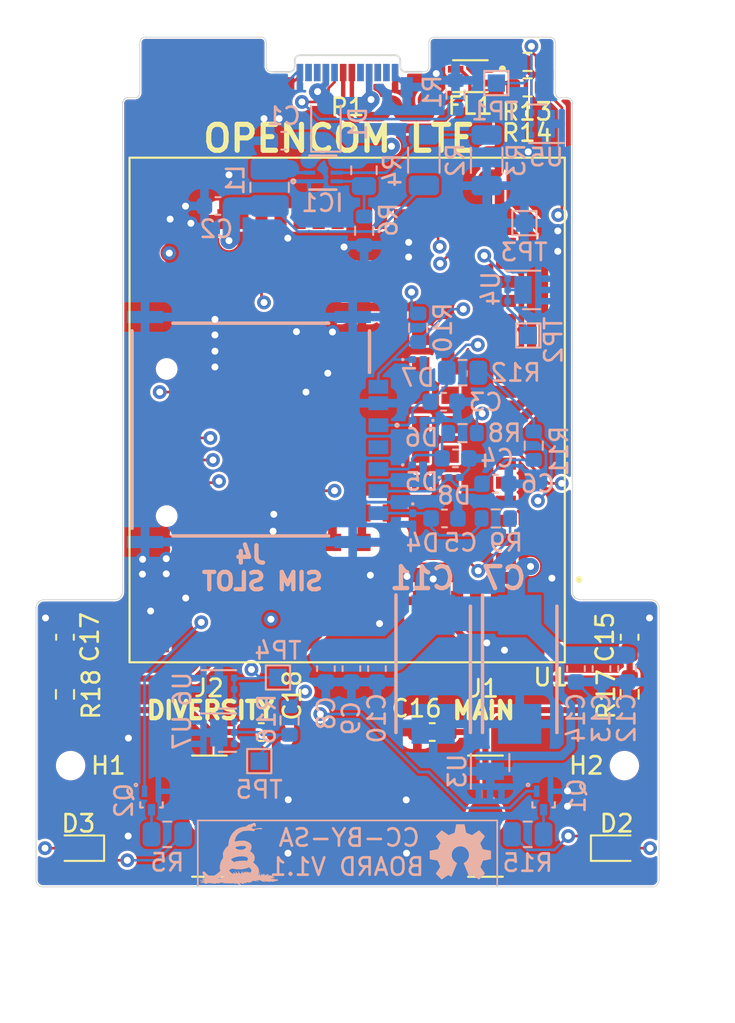
<source format=kicad_pcb>
(kicad_pcb (version 20221018) (generator pcbnew)

  (general
    (thickness 0.8)
  )

  (paper "A4")
  (title_block
    (title "openCom LTE")
    (rev "v1.0")
    (company "Liberated Embedded Systems")
    (comment 1 "Licensed under Creative Commons Attribution 4.0.")
    (comment 4 "https://liberatedsystems.co.uk")
  )

  (layers
    (0 "F.Cu" signal)
    (1 "In1.Cu" signal)
    (2 "In2.Cu" signal)
    (31 "B.Cu" signal)
    (32 "B.Adhes" user "B.Adhesive")
    (33 "F.Adhes" user "F.Adhesive")
    (34 "B.Paste" user)
    (35 "F.Paste" user)
    (36 "B.SilkS" user "B.Silkscreen")
    (37 "F.SilkS" user "F.Silkscreen")
    (38 "B.Mask" user)
    (39 "F.Mask" user)
    (40 "Dwgs.User" user "User.Drawings")
    (41 "Cmts.User" user "User.Comments")
    (42 "Eco1.User" user "User.Eco1")
    (43 "Eco2.User" user "User.Eco2")
    (44 "Edge.Cuts" user)
    (45 "Margin" user)
    (46 "B.CrtYd" user "B.Courtyard")
    (47 "F.CrtYd" user "F.Courtyard")
    (48 "B.Fab" user)
    (49 "F.Fab" user)
    (50 "User.1" user)
    (51 "User.2" user)
    (52 "User.3" user)
    (53 "User.4" user)
    (54 "User.5" user)
    (55 "User.6" user)
    (56 "User.7" user)
    (57 "User.8" user)
    (58 "User.9" user)
  )

  (setup
    (stackup
      (layer "F.SilkS" (type "Top Silk Screen"))
      (layer "F.Paste" (type "Top Solder Paste"))
      (layer "F.Mask" (type "Top Solder Mask") (thickness 0.01))
      (layer "F.Cu" (type "copper") (thickness 0.035))
      (layer "dielectric 1" (type "prepreg") (thickness 0.1) (material "FR4") (epsilon_r 4.5) (loss_tangent 0.02))
      (layer "In1.Cu" (type "copper") (thickness 0.035))
      (layer "dielectric 2" (type "core") (thickness 0.44) (material "FR4") (epsilon_r 4.5) (loss_tangent 0.02))
      (layer "In2.Cu" (type "copper") (thickness 0.035))
      (layer "dielectric 3" (type "prepreg") (thickness 0.1) (material "FR4") (epsilon_r 4.5) (loss_tangent 0.02))
      (layer "B.Cu" (type "copper") (thickness 0.035))
      (layer "B.Mask" (type "Bottom Solder Mask") (thickness 0.01))
      (layer "B.Paste" (type "Bottom Solder Paste"))
      (layer "B.SilkS" (type "Bottom Silk Screen"))
      (copper_finish "None")
      (dielectric_constraints no)
    )
    (pad_to_mask_clearance 0)
    (pcbplotparams
      (layerselection 0x00010fc_ffffffff)
      (plot_on_all_layers_selection 0x0000000_00000000)
      (disableapertmacros false)
      (usegerberextensions false)
      (usegerberattributes true)
      (usegerberadvancedattributes true)
      (creategerberjobfile true)
      (dashed_line_dash_ratio 12.000000)
      (dashed_line_gap_ratio 3.000000)
      (svgprecision 4)
      (plotframeref false)
      (viasonmask false)
      (mode 1)
      (useauxorigin false)
      (hpglpennumber 1)
      (hpglpenspeed 20)
      (hpglpendiameter 15.000000)
      (dxfpolygonmode true)
      (dxfimperialunits true)
      (dxfusepcbnewfont true)
      (psnegative false)
      (psa4output false)
      (plotreference true)
      (plotvalue true)
      (plotinvisibletext false)
      (sketchpadsonfab false)
      (subtractmaskfromsilk false)
      (outputformat 1)
      (mirror false)
      (drillshape 0)
      (scaleselection 1)
      (outputdirectory "gen/")
    )
  )

  (net 0 "")
  (net 1 "VBUS")
  (net 2 "GND")
  (net 3 "+3V8")
  (net 4 "/USIM_PRESENCE")
  (net 5 "/ANT_MAIN")
  (net 6 "/ANT_DIV")
  (net 7 "Net-(D1-A)")
  (net 8 "Net-(D2-K)")
  (net 9 "Net-(D3-K)")
  (net 10 "/USB_D+")
  (net 11 "/USB_D-")
  (net 12 "Net-(IC1-SW)")
  (net 13 "Net-(IC1-FB)")
  (net 14 "Net-(IC1-PG)")
  (net 15 "Net-(P1-CC)")
  (net 16 "unconnected-(P1-VCONN-PadB5)")
  (net 17 "Net-(Q1-C)")
  (net 18 "/NETLIGHT")
  (net 19 "Net-(Q2-C)")
  (net 20 "/STATUS")
  (net 21 "Net-(C16-Pad1)")
  (net 22 "/USIM_RST")
  (net 23 "/USIM_CLK")
  (net 24 "/VDD_EXT")
  (net 25 "/USIM_DATA")
  (net 26 "Net-(R13-Pad1)")
  (net 27 "Net-(R14-Pad1)")
  (net 28 "Net-(R16-Pad2)")
  (net 29 "Net-(U1-USB_BOOT)")
  (net 30 "unconnected-(U1-PCM_CLK-Pad4)")
  (net 31 "unconnected-(U1-PCM_SYNC-Pad5)")
  (net 32 "unconnected-(U1-PCM_DIN-Pad6)")
  (net 33 "unconnected-(U1-PCM_DOUT-Pad7)")
  (net 34 "unconnected-(U1-RESET_N-Pad17)")
  (net 35 "unconnected-(U1-RESERVED-Pad18)")
  (net 36 "unconnected-(U1-AP_READY-Pad19)")
  (net 37 "unconnected-(U1-DBG_RXD-Pad22)")
  (net 38 "unconnected-(U1-DBG_TXD-Pad23)")
  (net 39 "unconnected-(U1-ADC0-Pad24)")
  (net 40 "unconnected-(U1-SPI_CLK-Pad26)")
  (net 41 "unconnected-(U1-SPI_MOSI-Pad27)")
  (net 42 "unconnected-(U1-SPI_MISO-Pad28)")
  (net 43 "unconnected-(U1-DTR-Pad30)")
  (net 44 "unconnected-(U1-RXD-Pad34)")
  (net 45 "unconnected-(U1-TXD-Pad35)")
  (net 46 "unconnected-(U1-CTS-Pad36)")
  (net 47 "unconnected-(U1-RTS-Pad37)")
  (net 48 "unconnected-(U1-DCD-Pad38)")
  (net 49 "unconnected-(U1-RI-Pad39)")
  (net 50 "unconnected-(U1-I2C_SCL-Pad40)")
  (net 51 "unconnected-(U1-I2C_SDA-Pad41)")
  (net 52 "unconnected-(U1-USIM2_PRESENCE-Pad83)")
  (net 53 "unconnected-(U1-USIM2_CLK-Pad84)")
  (net 54 "/USIM_VDD")
  (net 55 "Net-(C18-Pad1)")
  (net 56 "unconnected-(U1-PWRKEY-Pad15)")
  (net 57 "/USBC_D+")
  (net 58 "/USBC_D-")
  (net 59 "unconnected-(U1-USIM2_RST-Pad85)")
  (net 60 "unconnected-(U1-USIM2_DATA-Pad86)")
  (net 61 "unconnected-(U1-USIM2_VDD-Pad87)")
  (net 62 "Net-(J4-RST)")
  (net 63 "Net-(J4-CLK)")
  (net 64 "Net-(J4-I{slash}O)")
  (net 65 "unconnected-(J4-VPP-PadC6)")
  (net 66 "unconnected-(U1-ANT_GNSS-Pad49)")

  (footprint "CONSMA002-SMD:LINX_CONSMA002-SMD" (layer "F.Cu") (at 151.72 142.15))

  (footprint "Resistor_SMD:R_0603_1608Metric" (layer "F.Cu") (at 154.15 98.575 180))

  (footprint "Resistor_SMD:R_0603_1608Metric_Pad0.98x0.95mm_HandSolder" (layer "F.Cu") (at 160.05 135.1125 -90))

  (footprint "LED_SMD:LED_0603_1608Metric" (layer "F.Cu") (at 128.2 144 180))

  (footprint "Connector_USB:USB_C_Plug_Molex_105444" (layer "F.Cu") (at 143.75 99.15))

  (footprint "MountingHole:MountingHole_2.2mm_M2" (layer "F.Cu") (at 159.75 139.23))

  (footprint "LED_SMD:LED_0603_1608Metric" (layer "F.Cu") (at 159.3 144))

  (footprint "CONSMA002-SMD:LINX_CONSMA002-SMD" (layer "F.Cu") (at 135.77 142.15))

  (footprint "Capacitor_SMD:C_0603_1608Metric_Pad1.08x0.95mm_HandSolder" (layer "F.Cu") (at 160.05 131.8125 90))

  (footprint "Capacitor_SMD:C_0603_1608Metric_Pad1.08x0.95mm_HandSolder" (layer "F.Cu") (at 138.7675 137.29))

  (footprint "Capacitor_SMD:C_0603_1608Metric_Pad1.08x0.95mm_HandSolder" (layer "F.Cu") (at 127.425 131.8125 90))

  (footprint "Capacitor_SMD:C_0603_1608Metric_Pad1.08x0.95mm_HandSolder" (layer "F.Cu") (at 148.6475 137.29 180))

  (footprint "Resistor_SMD:R_0603_1608Metric_Pad0.98x0.95mm_HandSolder" (layer "F.Cu") (at 127.425 135.1125 -90))

  (footprint "MountingHole:MountingHole_2.2mm_M2" (layer "F.Cu") (at 127.75 139.23))

  (footprint "Resistor_SMD:R_0603_1608Metric" (layer "F.Cu") (at 154.15 100.05 180))

  (footprint "DLW21SN900SQ2L:FIL_DLW21SN900SQ2L" (layer "F.Cu") (at 150.85 99.4 180))

  (footprint "EG95:XCVR_EG95" (layer "F.Cu")
    (tstamp f851ed5b-4e23-405b-b1aa-e8d65dde7576)
    (at 143.73 118.685 180)
    (property "MANUFACTURER" "Quectel")
    (property "MAXIMUM_PACKAGE_HEIGHT" "2.5mm")
    (property "PARTREV" "1.5")
    (property "STANDARD" "Manufacturer Recommendations")
    (property "Sheetfile" "opencom-lte.kicad_sch")
    (property "Sheetname" "")
    (path "/e6a6b14f-fc94-4e9b-b34c-71e0e50cdc39")
    (attr smd)
    (fp_text reference "U1" (at -11.76 -15.445) (layer "F.SilkS")
        (effects (font (size 1 1) (thickness 0.153)))
      (tstamp 1d464947-5842-4187-a9bd-c30a4e55b624)
    )
    (fp_text value "EG95" (at -12.635 15.715) (layer "F.Fab")
        (effects (font (size 1 1) (thickness 0.15)))
      (tstamp 7b80973e-b338-4301-a0a8-35a68cefc798)
    )
    (fp_circle (center -5.95 -4.25) (end -5.478 -4.25)
      (stroke (width 0) (type solid)) (fill solid) (layer "F.Paste") (tstamp 67d3b74d-81a9-43e5-82a0-a58ecb94a205))
    (fp_circle (center -5.95 -2.55) (end -5.478 -2.55)
      (stroke (width 0) (type solid)) (fill solid) (layer "F.Paste") (tstamp 12d7749c-79c9-41a7-b0f5-19f3bfe17632))
    (fp_circle (center -5.95 -0.85) (end -5.478 -0.85)
      (stroke (width 0) (type solid)) (fill solid) (layer "F.Paste") (tstamp 4e384b70-bee1-4f3c-923a-35ca47ab2658))
    (fp_circle (center -5.95 0.85) (end -5.478 0.85)
      (stroke (width 0) (type solid)) (fill solid) (layer "F.Paste") (tstamp 6d05fc8f-1146-4558-87f4-124d02db3765))
    (fp_circle (center -5.95 2.55) (end -5.478 2.55)
      (stroke (width 0) (type solid)) (fill solid) (layer "F.Paste") (tstamp 357ed333-a131-4460-9f03-f99d16791163))
    (fp_circle (center -5.95 4.25) (end -5.478 4.25)
      (stroke (width 0) (type solid)) (fill solid) (layer "F.Paste") (tstamp 63f94867-3c9e-4667-930a-fee0f1e2ebe2))
    (fp_circle (center -4.25 -4.25) (end -3.778 -4.25)
      (stroke (width 0) (type solid)) (fill solid) (layer "F.Paste") (tstamp 13cc66c6-7510-4e83-a694-d08949b734e5))
    (fp_circle (center -4.25 -2.55) (end -3.778 -2.55)
      (stroke (width 0) (type solid)) (fill solid) (layer "F.Paste") (tstamp 8c7a9cf3-ddbd-4b7c-bebc-49031a5e6d73))
    (fp_circle (center -4.25 -0.85) (end -3.778 -0.85)
      (stroke (width 0) (type solid)) (fill solid) (layer "F.Paste") (tstamp 3d9d3b4e-af9b-4dbc-9336-c29b3746faba))
    (fp_circle (center -4.25 0.85) (end -3.778 0.85)
      (stroke (width 0) (type solid)) (fill solid) (layer "F.Paste") (tstamp 690ddcd6-4d8e-42c0-ad75-ff9db3797b01))
    (fp_circle (center -4.25 2.55) (end -3.778 2.55)
      (stroke (width 0) (type solid)) (fill solid) (layer "F.Paste") (tstamp 75b36f97-51b2-4f40-b557-750c42c33062))
    (fp_circle (center -4.25 4.25) (end -3.778 4.25)
      (stroke (width 0) (type solid)) (fill solid) (layer "F.Paste") (tstamp 4e758d36-1513-487c-9267-fc087fa18d60))
    (fp_circle (center -2.55 -7.65) (end -2.078 -7.65)
      (stroke (width 0) (type solid)) (fill solid) (layer "F.Paste") (tstamp 3633692c-49f1-42ca-94b0-b891b5a33b8a))
    (fp_circle (center -2.55 -5.95) (end -2.078 -5.95)
      (stroke (width 0) (type solid)) (fill solid) (layer "F.Paste") (tstamp daf7962a-2a44-472f-b9c9-8c84ea1849f8))
    (fp_circle (center -2.55 5.95) (end -2.078 5.95)
      (stroke (width 0) (type solid)) (fill solid) (layer "F.Paste") (tstamp 32fabbac-dc5d-4778-92ac-b5c62bce09fe))
    (fp_circle (center -2.55 7.65) (end -2.078 7.65)
      (stroke (width 0) (type solid)) (fill solid) (layer "F.Paste") (tstamp b9df1aa6-a689-4293-8753-7c59f8230178))
    (fp_circle (center -0.85 -7.65) (end -0.378 -7.65)
      (stroke (width 0) (type solid)) (fill solid) (layer "F.Paste") (tstamp 4d0be172-5136-470d-b73a-7a8cb51ed73c))
    (fp_circle (center -0.85 -5.95) (end -0.378 -5.95)
      (stroke (width 0) (type solid)) (fill solid) (layer "F.Paste") (tstamp e9ad7bc7-db7f-41e8-8090-37c9b439c87a))
    (fp_circle (center -0.85 5.95) (end -0.378 5.95)
      (stroke (width 0) (type solid)) (fill solid) (layer "F.Paste") (tstamp 4a30cd4e-e496-41e4-82a6-3686d3ecb188))
    (fp_circle (center -0.85 7.65) (end -0.378 7.65)
      (stroke (width 0) (type solid)) (fill solid) (layer "F.Paste") (tstamp 55b8e7ce-c026-444a-87d3-c25fb53b51c9))
    (fp_circle (center 0.85 -7.65) (end 1.322 -7.65)
      (stroke (width 0) (type solid)) (fill solid) (layer "F.Paste") (tstamp 32b20396-c9b0-4873-b9ba-fa2c66fc98d1))
    (fp_circle (center 0.85 -5.95) (end 1.322 -5.95)
      (stroke (width 0) (type solid)) (fill solid) (layer "F.Paste") (tstamp e03b0b90-06f2-4e0d-a234-628bf843efeb))
    (fp_circle (center 0.85 5.95) (end 1.322 5.95)
      (stroke (width 0) (type solid)) (fill solid) (layer "F.Paste") (tstamp 117ba3fd-2c95-455c-a1fb-79870f2b7c3e))
    (fp_circle (center 0.85 7.65) (end 1.322 7.65)
      (stroke (width 0) (type solid)) (fill solid) (layer "F.Paste") (tstamp 9cebe8bb-5944-4532-84f3-4db69cb5a267))
    (fp_circle (center 2.55 -7.65) (end 3.022 -7.65)
      (stroke (width 0) (type solid)) (fill solid) (layer "F.Paste") (tstamp 4591d32e-0bfd-40f2-a436-d8c4a8df7b9c))
    (fp_circle (center 2.55 -5.95) (end 3.022 -5.95)
      (stroke (width 0) (type solid)) (fill solid) (layer "F.Paste") (tstamp 27feb6eb-48a0-44e1-945e-be4be8aa40cb))
    (fp_circle (center 2.55 5.95) (end 3.022 5.95)
      (stroke (width 0) (type solid)) (fill solid) (layer "F.Paste") (tstamp d0d20436-b778-4fa3-9675-56b791c3d56f))
    (fp_circle (center 2.55 7.65) (end 3.022 7.65)
      (stroke (width 0) (type solid)) (fill solid) (layer "F.Paste") (tstamp defa867d-6b76-49c8-bb58-cf6b459a29a2))
    (fp_circle (center 4.25 -4.25) (end 4.722 -4.25)
      (stroke (width 0) (type solid)) (fill solid) (layer "F.Paste") (tstamp 025de2ef-81a6-402c-bdfe-0f3340f36076))
    (fp_circle (center 4.25 -2.55) (end 4.722 -2.55)
      (stroke (width 0) (type solid)) (fill solid) (layer "F.Paste") (tstamp 920f3030-f3a9-49d9-98b1-ba1e7a6cde5b))
    (fp_circle (center 4.25 -0.85) (end 4.722 -0.85)
      (stroke (width 0) (type solid)) (fill solid) (layer "F.Paste") (tstamp cf2d715c-b57e-4e29-b1b7-62efa84a9561))
    (fp_circle (center 4.25 0.85) (end 4.722 0.85)
      (stroke (width 0) (type solid)) (fill solid) (layer "F.Paste") (tstamp ca71414b-1dcf-458c-9ec7-99f7644ea8d3))
    (fp_circle (center 4.25 2.55) (end 4.722 2.55)
      (stroke (width 0) (type solid)) (fill solid) (layer "F.Paste") (tstamp c74df507-238b-4f61-b908-673a0ad914c0))
    (fp_circle (center 4.25 4.25) (end 4.722 4.25)
      (stroke (width 0) (type solid)) (fill solid) (layer "F.Paste") (tstamp 89941a95-52f2-4f01-b5ae-ea2ee97dc086))
    (fp_circle (center 5.95 -4.25) (end 6.422 -4.25)
      (stroke (width 0) (type solid)) (fill solid) (layer "F.Paste") (tstamp 464d7fed-1c31-488c-ad54-5f06dec5a552))
    (fp_circle (center 5.95 -2.55) (end 6.422 -2.55)
      (stroke (width 0) (type solid)) (fill solid) (layer "F.Paste") (tstamp 7989918b-1f57-4399-89ef-f58e0c36eb2c))
    (fp_circle (center 5.95 -0.85) (end 6.422 -0.85)
      (stroke (width 0) (type solid)) (fill solid) (layer "F.Paste") (tstamp 338601a2-47bf-49f9-ba85-32e5a710140d))
    (fp_circle (center 5.95 0.85) (end 6.422 0.85)
      (stroke (width 0) (type solid)) (fill solid) (layer "F.Paste") (tstamp 12da4203-b063-4a2b-968e-3657dc112560))
    (fp_circle (center 5.95 2.55) (end 6.422 2.55)
      (stroke (width 0) (type solid)) (fill solid) (layer "F.Paste") (tstamp 7f6528a6-3a92-4aca-ba64-fc076fca4400))
    (fp_circle (center 5.95 4.25) (end 6.422 4.25)
      (stroke (width 0) (type solid)) (fill solid) (layer "F.Paste") (tstamp faf3a879-e27f-4ff1-b81f-1530938d56fc))
    (fp_poly
      (pts
        (xy -11.66 -13.66)
        (xy -10.64 -13.66)
        (xy -10.64 -12.64)
        (xy -11.66 -12.64)
      )

      (stroke (width 0.01) (type solid)) (fill solid) (layer "F.Paste") (tstamp a4cf9f7c-fc80-4a6e-8aed-8618a06b9c70))
    (fp_poly
      (pts
        (xy -10.54 13.56)
        (xy -10.78 13.56)
        (xy -11.56 12.78)
        (xy -11.56 12.54)
        (xy -10.54 12.54)
      )

      (stroke (width 0.0001) (type solid)) (fill solid) (layer "F.Paste") (tstamp 36e8bdf4-fab0-480a-ae07-fd85752c3d27))
    (fp_poly
      (pts
        (xy -10.54 13.56)
        (xy -10.78 13.56)
        (xy -11.56 12.78)
        (xy -11.56 12.54)
        (xy -10.54 12.54)
      )

      (stroke (width 0.0001) (type solid)) (fill solid) (layer "F.Paste") (tstamp fb33d6b7-c026-42c4-b8ab-e0e13b2d656e))
    (fp_poly
      (pts
        (xy 10.54 -13.56)
        (xy 10.78 -13.56)
        (xy 11.56 -12.78)
        (xy 11.56 -12.54)
        (xy 10.54 -12.54)
      )

      (stroke (width 0.0001) (type solid)) (fill solid) (layer "F.Paste") (tstamp 74c62a22-a856-4ac7-bb7a-1febdc12e728))
    (fp_poly
      (pts
        (xy 10.54 13.56)
        (xy 10.78 13.56)
        (xy 11.56 12.78)
        (xy 11.56 12.54)
        (xy 10.54 12.54)
      )

      (stroke (width 0.0001) (type solid)) (fill solid) (layer "F.Paste") (tstamp c4360858-c8a5-42dc-836e-f31e91c33908))
    (fp_poly
      (pts
        (xy -9.525 -9.98)
        (xy -8.825 -9.98)
        (xy -8.819 -9.98)
        (xy -8.814 -9.979)
        (xy -8.808 -9.979)
        (xy -8.802 -9.978)
        (xy -8.797 -9.976)
        (xy -8.791 -9.975)
        (xy -8.786 -9.973)
        (xy -8.78 -9.97)
        (xy -8.775 -9.968)
        (xy -8.77 -9.965)
        (xy -8.765 -9.962)
        (xy -8.76 -9.959)
        (xy -8.756 -9.955)
        (xy -8.751 -9.952)
        (xy -8.747 -9.948)
        (xy -8.743 -9.944)
        (xy -8.74 -9.939)
        (xy -8.736 -9.935)
        (xy -8.733 -9.93)
        (xy -8.73 -9.925)
        (xy -8.727 -9.92)
        (xy -8.725 -9.915)
        (xy -8.722 -9.909)
        (xy -8.72 -9.904)
        (xy -8.719 -9.898)
        (xy -8.717 -9.893)
        (xy -8.716 -9.887)
        (xy -8.716 -9.881)
        (xy -8.715 -9.876)
        (xy -8.715 -9.87)
        (xy -8.715 -9.53)
        (xy -8.715 -9.524)
        (xy -8.716 -9.519)
        (xy -8.716 -9.513)
        (xy -8.717 -9.507)
        (xy -8.719 -9.502)
        (xy -8.72 -9.496)
        (xy -8.722 -9.491)
        (xy -8.725 -9.485)
        (xy -8.727 -9.48)
        (xy -8.73 -9.475)
        (xy -8.733 -9.47)
        (xy -8.736 -9.465)
        (xy -8.74 -9.461)
        (xy -8.743 -9.456)
        (xy -8.747 -9.452)
        (xy -8.751 -9.448)
        (xy -8.756 -9.445)
        (xy -8.76 -9.441)
        (xy -8.765 -9.438)
        (xy -8.77 -9.435)
        (xy -8.775 -9.432)
        (xy -8.78 -9.43)
        (xy -8.786 -9.427)
        (xy -8.791 -9.425)
        (xy -8.797 -9.424)
        (xy -8.802 -9.422)
        (xy -8.808 -9.421)
        (xy -8.814 -9.421)
        (xy -8.819 -9.42)
        (xy -8.825 -9.42)
        (xy -9.525 -9.42)
        (xy -9.531 -9.42)
        (xy -9.536 -9.421)
        (xy -9.542 -9.421)
        (xy -9.548 -9.422)
        (xy -9.553 -9.424)
        (xy -9.559 -9.425)
        (xy -9.564 -9.427)
        (xy -9.57 -9.43)
        (xy -9.575 -9.432)
        (xy -9.58 -9.435)
        (xy -9.585 -9.438)
        (xy -9.59 -9.441)
        (xy -9.594 -9.445)
        (xy -9.599 -9.448)
        (xy -9.603 -9.452)
        (xy -9.607 -9.456)
        (xy -9.61 -9.461)
        (xy -9.614 -9.465)
        (xy -9.617 -9.47)
        (xy -9.62 -9.475)
        (xy -9.623 -9.48)
        (xy -9.625 -9.485)
        (xy -9.628 -9.491)
        (xy -9.63 -9.496)
        (xy -9.631 -9.502)
        (xy -9.633 -9.507)
        (xy -9.634 -9.513)
        (xy -9.634 -9.519)
        (xy -9.635 -9.524)
        (xy -9.635 -9.53)
        (xy -9.635 -9.87)
        (xy -9.635 -9.876)
        (xy -9.634 -9.881)
        (xy -9.634 -9.887)
        (xy -9.633 -9.893)
        (xy -9.631 -9.898)
        (xy -9.63 -9.904)
        (xy -9.628 -9.909)
        (xy -9.625 -9.915)
        (xy -9.623 -9.92)
        (xy -9.62 -9.925)
        (xy -9.617 -9.93)
        (xy -9.614 -9.935)
        (xy -9.61 -9.939)
        (xy -9.607 -9.944)
        (xy -9.603 -9.948)
        (xy -9.599 -9.952)
        (xy -9.594 -9.955)
        (xy -9.59 -9.959)
        (xy -9.585 -9.962)
        (xy -9.58 -9.965)
        (xy -9.575 -9.968)
        (xy -9.57 -9.97)
        (xy -9.564 -9.973)
        (xy -9.559 -9.975)
        (xy -9.553 -9.976)
        (xy -9.548 -9.978)
        (xy -9.542 -9.979)
        (xy -9.536 -9.979)
        (xy -9.531 -9.98)
        (xy -9.525 -9.98)
      )

      (stroke (width 0.0001) (type solid)) (fill solid) (layer "F.Paste") (tstamp 381fb920-c57b-4d2c-bff1-181bec3e7f23))
    (fp_poly
      (pts
        (xy -9.525 -8.88)
        (xy -8.825 -8.88)
        (xy -8.819 -8.88)
        (xy -8.814 -8.879)
        (xy -8.808 -8.879)
        (xy -8.802 -8.878)
        (xy -8.797 -8.876)
        (xy -8.791 -8.875)
        (xy -8.786 -8.873)
        (xy -8.78 -8.87)
        (xy -8.775 -8.868)
        (xy -8.77 -8.865)
        (xy -8.765 -8.862)
        (xy -8.76 -8.859)
        (xy -8.756 -8.855)
        (xy -8.751 -8.852)
        (xy -8.747 -8.848)
        (xy -8.743 -8.844)
        (xy -8.74 -8.839)
        (xy -8.736 -8.835)
        (xy -8.733 -8.83)
        (xy -8.73 -8.825)
        (xy -8.727 -8.82)
        (xy -8.725 -8.815)
        (xy -8.722 -8.809)
        (xy -8.72 -8.804)
        (xy -8.719 -8.798)
        (xy -8.717 -8.793)
        (xy -8.716 -8.787)
        (xy -8.716 -8.781)
        (xy -8.715 -8.776)
        (xy -8.715 -8.77)
        (xy -8.715 -8.43)
        (xy -8.715 -8.424)
        (xy -8.716 -8.419)
        (xy -8.716 -8.413)
        (xy -8.717 -8.407)
        (xy -8.719 -8.402)
        (xy -8.72 -8.396)
        (xy -8.722 -8.391)
        (xy -8.725 -8.385)
        (xy -8.727 -8.38)
        (xy -8.73 -8.375)
        (xy -8.733 -8.37)
        (xy -8.736 -8.365)
        (xy -8.74 -8.361)
        (xy -8.743 -8.356)
        (xy -8.747 -8.352)
        (xy -8.751 -8.348)
        (xy -8.756 -8.345)
        (xy -8.76 -8.341)
        (xy -8.765 -8.338)
        (xy -8.77 -8.335)
        (xy -8.775 -8.332)
        (xy -8.78 -8.33)
        (xy -8.786 -8.327)
        (xy -8.791 -8.325)
        (xy -8.797 -8.324)
        (xy -8.802 -8.322)
        (xy -8.808 -8.321)
        (xy -8.814 -8.321)
        (xy -8.819 -8.32)
        (xy -8.825 -8.32)
        (xy -9.525 -8.32)
        (xy -9.531 -8.32)
        (xy -9.536 -8.321)
        (xy -9.542 -8.321)
        (xy -9.548 -8.322)
        (xy -9.553 -8.324)
        (xy -9.559 -8.325)
        (xy -9.564 -8.327)
        (xy -9.57 -8.33)
        (xy -9.575 -8.332)
        (xy -9.58 -8.335)
        (xy -9.585 -8.338)
        (xy -9.59 -8.341)
        (xy -9.594 -8.345)
        (xy -9.599 -8.348)
        (xy -9.603 -8.352)
        (xy -9.607 -8.356)
        (xy -9.61 -8.361)
        (xy -9.614 -8.365)
        (xy -9.617 -8.37)
        (xy -9.62 -8.375)
        (xy -9.623 -8.38)
        (xy -9.625 -8.385)
        (xy -9.628 -8.391)
        (xy -9.63 -8.396)
        (xy -9.631 -8.402)
        (xy -9.633 -8.407)
        (xy -9.634 -8.413)
        (xy -9.634 -8.419)
        (xy -9.635 -8.424)
        (xy -9.635 -8.43)
        (xy -9.635 -8.77)
        (xy -9.635 -8.776)
        (xy -9.634 -8.781)
        (xy -9.634 -8.787)
        (xy -9.633 -8.793)
        (xy -9.631 -8.798)
        (xy -9.63 -8.804)
        (xy -9.628 -8.809)
        (xy -9.625 -8.815)
        (xy -9.623 -8.82)
        (xy -9.62 -8.825)
        (xy -9.617 -8.83)
        (xy -9.614 -8.835)
        (xy -9.61 -8.839)
        (xy -9.607 -8.844)
        (xy -9.603 -8.848)
        (xy -9.599 -8.852)
        (xy -9.594 -8.855)
        (xy -9.59 -8.859)
        (xy -9.585 -8.862)
        (xy -9.58 -8.865)
        (xy -9.575 -8.868)
        (xy -9.57 -8.87)
        (xy -9.564 -8.873)
        (xy -9.559 -8.875)
        (xy -9.553 -8.876)
        (xy -9.548 -8.878)
        (xy -9.542 -8.879)
        (xy -9.536 -8.879)
        (xy -9.531 -8.88)
        (xy -9.525 -8.88)
      )

      (stroke (width 0.0001) (type solid)) (fill solid) (layer "F.Paste") (tstamp 15a79106-df97-4493-8a49-601ca5566463))
    (fp_poly
      (pts
        (xy -9.525 -7.78)
        (xy -8.825 -7.78)
        (xy -8.819 -7.78)
        (xy -8.814 -7.779)
        (xy -8.808 -7.779)
        (xy -8.802 -7.778)
        (xy -8.797 -7.776)
        (xy -8.791 -7.775)
        (xy -8.786 -7.773)
        (xy -8.78 -7.77)
        (xy -8.775 -7.768)
        (xy -8.77 -7.765)
        (xy -8.765 -7.762)
        (xy -8.76 -7.759)
        (xy -8.756 -7.755)
        (xy -8.751 -7.752)
        (xy -8.747 -7.748)
        (xy -8.743 -7.744)
        (xy -8.74 -7.739)
        (xy -8.736 -7.735)
        (xy -8.733 -7.73)
        (xy -8.73 -7.725)
        (xy -8.727 -7.72)
        (xy -8.725 -7.715)
        (xy -8.722 -7.709)
        (xy -8.72 -7.704)
        (xy -8.719 -7.698)
        (xy -8.717 -7.693)
        (xy -8.716 -7.687)
        (xy -8.716 -7.681)
        (xy -8.715 -7.676)
        (xy -8.715 -7.67)
        (xy -8.715 -7.33)
        (xy -8.715 -7.324)
        (xy -8.716 -7.319)
        (xy -8.716 -7.313)
        (xy -8.717 -7.307)
        (xy -8.719 -7.302)
        (xy -8.72 -7.296)
        (xy -8.722 -7.291)
        (xy -8.725 -7.285)
        (xy -8.727 -7.28)
        (xy -8.73 -7.275)
        (xy -8.733 -7.27)
        (xy -8.736 -7.265)
        (xy -8.74 -7.261)
        (xy -8.743 -7.256)
        (xy -8.747 -7.252)
        (xy -8.751 -7.248)
        (xy -8.756 -7.245)
        (xy -8.76 -7.241)
        (xy -8.765 -7.238)
        (xy -8.77 -7.235)
        (xy -8.775 -7.232)
        (xy -8.78 -7.23)
        (xy -8.786 -7.227)
        (xy -8.791 -7.225)
        (xy -8.797 -7.224)
        (xy -8.802 -7.222)
        (xy -8.808 -7.221)
        (xy -8.814 -7.221)
        (xy -8.819 -7.22)
        (xy -8.825 -7.22)
        (xy -9.525 -7.22)
        (xy -9.531 -7.22)
        (xy -9.536 -7.221)
        (xy -9.542 -7.221)
        (xy -9.548 -7.222)
        (xy -9.553 -7.224)
        (xy -9.559 -7.225)
        (xy -9.564 -7.227)
        (xy -9.57 -7.23)
        (xy -9.575 -7.232)
        (xy -9.58 -7.235)
        (xy -9.585 -7.238)
        (xy -9.59 -7.241)
        (xy -9.594 -7.245)
        (xy -9.599 -7.248)
        (xy -9.603 -7.252)
        (xy -9.607 -7.256)
        (xy -9.61 -7.261)
        (xy -9.614 -7.265)
        (xy -9.617 -7.27)
        (xy -9.62 -7.275)
        (xy -9.623 -7.28)
        (xy -9.625 -7.285)
        (xy -9.628 -7.291)
        (xy -9.63 -7.296)
        (xy -9.631 -7.302)
        (xy -9.633 -7.307)
        (xy -9.634 -7.313)
        (xy -9.634 -7.319)
        (xy -9.635 -7.324)
        (xy -9.635 -7.33)
        (xy -9.635 -7.67)
        (xy -9.635 -7.676)
        (xy -9.634 -7.681)
        (xy -9.634 -7.687)
        (xy -9.633 -7.693)
        (xy -9.631 -7.698)
        (xy -9.63 -7.704)
        (xy -9.628 -7.709)
        (xy -9.625 -7.715)
        (xy -9.623 -7.72)
        (xy -9.62 -7.725)
        (xy -9.617 -7.73)
        (xy -9.614 -7.735)
        (xy -9.61 -7.739)
        (xy -9.607 -7.744)
        (xy -9.603 -7.748)
        (xy -9.599 -7.752)
        (xy -9.594 -7.755)
        (xy -9.59 -7.759)
        (xy -9.585 -7.762)
        (xy -9.58 -7.765)
        (xy -9.575 -7.768)
        (xy -9.57 -7.77)
        (xy -9.564 -7.773)
        (xy -9.559 -7.775)
        (xy -9.553 -7.776)
        (xy -9.548 -7.778)
        (xy -9.542 -7.779)
        (xy -9.536 -7.779)
        (xy -9.531 -7.78)
        (xy -9.525 -7.78)
      )

      (stroke (width 0.0001) (type solid)) (fill solid) (layer "F.Paste") (tstamp 0c575af3-6ed1-46a3-bfde-38643bb7e524))
    (fp_poly
      (pts
        (xy -9.525 -6.68)
        (xy -8.825 -6.68)
        (xy -8.819 -6.68)
        (xy -8.814 -6.679)
        (xy -8.808 -6.679)
        (xy -8.802 -6.678)
        (xy -8.797 -6.676)
        (xy -8.791 -6.675)
        (xy -8.786 -6.673)
        (xy -8.78 -6.67)
        (xy -8.775 -6.668)
        (xy -8.77 -6.665)
        (xy -8.765 -6.662)
        (xy -8.76 -6.659)
        (xy -8.756 -6.655)
        (xy -8.751 -6.652)
        (xy -8.747 -6.648)
        (xy -8.743 -6.644)
        (xy -8.74 -6.639)
        (xy -8.736 -6.635)
        (xy -8.733 -6.63)
        (xy -8.73 -6.625)
        (xy -8.727 -6.62)
        (xy -8.725 -6.615)
        (xy -8.722 -6.609)
        (xy -8.72 -6.604)
        (xy -8.719 -6.598)
        (xy -8.717 -6.593)
        (xy -8.716 -6.587)
        (xy -8.716 -6.581)
        (xy -8.715 -6.576)
        (xy -8.715 -6.57)
        (xy -8.715 -6.23)
        (xy -8.715 -6.224)
        (xy -8.716 -6.219)
        (xy -8.716 -6.213)
        (xy -8.717 -6.207)
        (xy -8.719 -6.202)
        (xy -8.72 -6.196)
        (xy -8.722 -6.191)
        (xy -8.725 -6.185)
        (xy -8.727 -6.18)
        (xy -8.73 -6.175)
        (xy -8.733 -6.17)
        (xy -8.736 -6.165)
        (xy -8.74 -6.161)
        (xy -8.743 -6.156)
        (xy -8.747 -6.152)
        (xy -8.751 -6.148)
        (xy -8.756 -6.145)
        (xy -8.76 -6.141)
        (xy -8.765 -6.138)
        (xy -8.77 -6.135)
        (xy -8.775 -6.132)
        (xy -8.78 -6.13)
        (xy -8.786 -6.127)
        (xy -8.791 -6.125)
        (xy -8.797 -6.124)
        (xy -8.802 -6.122)
        (xy -8.808 -6.121)
        (xy -8.814 -6.121)
        (xy -8.819 -6.12)
        (xy -8.825 -6.12)
        (xy -9.525 -6.12)
        (xy -9.531 -6.12)
        (xy -9.536 -6.121)
        (xy -9.542 -6.121)
        (xy -9.548 -6.122)
        (xy -9.553 -6.124)
        (xy -9.559 -6.125)
        (xy -9.564 -6.127)
        (xy -9.57 -6.13)
        (xy -9.575 -6.132)
        (xy -9.58 -6.135)
        (xy -9.585 -6.138)
        (xy -9.59 -6.141)
        (xy -9.594 -6.145)
        (xy -9.599 -6.148)
        (xy -9.603 -6.152)
        (xy -9.607 -6.156)
        (xy -9.61 -6.161)
        (xy -9.614 -6.165)
        (xy -9.617 -6.17)
        (xy -9.62 -6.175)
        (xy -9.623 -6.18)
        (xy -9.625 -6.185)
        (xy -9.628 -6.191)
        (xy -9.63 -6.196)
        (xy -9.631 -6.202)
        (xy -9.633 -6.207)
        (xy -9.634 -6.213)
        (xy -9.634 -6.219)
        (xy -9.635 -6.224)
        (xy -9.635 -6.23)
        (xy -9.635 -6.57)
        (xy -9.635 -6.576)
        (xy -9.634 -6.581)
        (xy -9.634 -6.587)
        (xy -9.633 -6.593)
        (xy -9.631 -6.598)
        (xy -9.63 -6.604)
        (xy -9.628 -6.609)
        (xy -9.625 -6.615)
        (xy -9.623 -6.62)
        (xy -9.62 -6.625)
        (xy -9.617 -6.63)
        (xy -9.614 -6.635)
        (xy -9.61 -6.639)
        (xy -9.607 -6.644)
        (xy -9.603 -6.648)
        (xy -9.599 -6.652)
        (xy -9.594 -6.655)
        (xy -9.59 -6.659)
        (xy -9.585 -6.662)
        (xy -9.58 -6.665)
        (xy -9.575 -6.668)
        (xy -9.57 -6.67)
        (xy -9.564 -6.673)
        (xy -9.559 -6.675)
        (xy -9.553 -6.676)
        (xy -9.548 -6.678)
        (xy -9.542 -6.679)
        (xy -9.536 -6.679)
        (xy -9.531 -6.68)
        (xy -9.525 -6.68)
      )

      (stroke (width 0.0001) (type solid)) (fill solid) (layer "F.Paste") (tstamp 4a9d6eca-1bec-49f3-8d4a-6444aca6165c))
    (fp_poly
      (pts
        (xy -9.525 -5.58)
        (xy -8.825 -5.58)
        (xy -8.819 -5.58)
        (xy -8.814 -5.579)
        (xy -8.808 -5.579)
        (xy -8.802 -5.578)
        (xy -8.797 -5.576)
        (xy -8.791 -5.575)
        (xy -8.786 -5.573)
        (xy -8.78 -5.57)
        (xy -8.775 -5.568)
        (xy -8.77 -5.565)
        (xy -8.765 -5.562)
        (xy -8.76 -5.559)
        (xy -8.756 -5.555)
        (xy -8.751 -5.552)
        (xy -8.747 -5.548)
        (xy -8.743 -5.544)
        (xy -8.74 -5.539)
        (xy -8.736 -5.535)
        (xy -8.733 -5.53)
        (xy -8.73 -5.525)
        (xy -8.727 -5.52)
        (xy -8.725 -5.515)
        (xy -8.722 -5.509)
        (xy -8.72 -5.504)
        (xy -8.719 -5.498)
        (xy -8.717 -5.493)
        (xy -8.716 -5.487)
        (xy -8.716 -5.481)
        (xy -8.715 -5.476)
        (xy -8.715 -5.47)
        (xy -8.715 -5.13)
        (xy -8.715 -5.124)
        (xy -8.716 -5.119)
        (xy -8.716 -5.113)
        (xy -8.717 -5.107)
        (xy -8.719 -5.102)
        (xy -8.72 -5.096)
        (xy -8.722 -5.091)
        (xy -8.725 -5.085)
        (xy -8.727 -5.08)
        (xy -8.73 -5.075)
        (xy -8.733 -5.07)
        (xy -8.736 -5.065)
        (xy -8.74 -5.061)
        (xy -8.743 -5.056)
        (xy -8.747 -5.052)
        (xy -8.751 -5.048)
        (xy -8.756 -5.045)
        (xy -8.76 -5.041)
        (xy -8.765 -5.038)
        (xy -8.77 -5.035)
        (xy -8.775 -5.032)
        (xy -8.78 -5.03)
        (xy -8.786 -5.027)
        (xy -8.791 -5.025)
        (xy -8.797 -5.024)
        (xy -8.802 -5.022)
        (xy -8.808 -5.021)
        (xy -8.814 -5.021)
        (xy -8.819 -5.02)
        (xy -8.825 -5.02)
        (xy -9.525 -5.02)
        (xy -9.531 -5.02)
        (xy -9.536 -5.021)
        (xy -9.542 -5.021)
        (xy -9.548 -5.022)
        (xy -9.553 -5.024)
        (xy -9.559 -5.025)
        (xy -9.564 -5.027)
        (xy -9.57 -5.03)
        (xy -9.575 -5.032)
        (xy -9.58 -5.035)
        (xy -9.585 -5.038)
        (xy -9.59 -5.041)
        (xy -9.594 -5.045)
        (xy -9.599 -5.048)
        (xy -9.603 -5.052)
        (xy -9.607 -5.056)
        (xy -9.61 -5.061)
        (xy -9.614 -5.065)
        (xy -9.617 -5.07)
        (xy -9.62 -5.075)
        (xy -9.623 -5.08)
        (xy -9.625 -5.085)
        (xy -9.628 -5.091)
        (xy -9.63 -5.096)
        (xy -9.631 -5.102)
        (xy -9.633 -5.107)
        (xy -9.634 -5.113)
        (xy -9.634 -5.119)
        (xy -9.635 -5.124)
        (xy -9.635 -5.13)
        (xy -9.635 -5.47)
        (xy -9.635 -5.476)
        (xy -9.634 -5.481)
        (xy -9.634 -5.487)
        (xy -9.633 -5.493)
        (xy -9.631 -5.498)
        (xy -9.63 -5.504)
        (xy -9.628 -5.509)
        (xy -9.625 -5.515)
        (xy -9.623 -5.52)
        (xy -9.62 -5.525)
        (xy -9.617 -5.53)
        (xy -9.614 -5.535)
        (xy -9.61 -5.539)
        (xy -9.607 -5.544)
        (xy -9.603 -5.548)
        (xy -9.599 -5.552)
        (xy -9.594 -5.555)
        (xy -9.59 -5.559)
        (xy -9.585 -5.562)
        (xy -9.58 -5.565)
        (xy -9.575 -5.568)
        (xy -9.57 -5.57)
        (xy -9.564 -5.573)
        (xy -9.559 -5.575)
        (xy -9.553 -5.576)
        (xy -9.548 -5.578)
        (xy -9.542 -5.579)
        (xy -9.536 -5.579)
        (xy -9.531 -5.58)
        (xy -9.525 -5.58)
      )

      (stroke (width 0.0001) (type solid)) (fill solid) (layer "F.Paste") (tstamp e40f3414-f91c-4fbd-a4de-8dc5493441cf))
    (fp_poly
      (pts
        (xy -9.525 -4.48)
        (xy -8.825 -4.48)
        (xy -8.819 -4.48)
        (xy -8.814 -4.479)
        (xy -8.808 -4.479)
        (xy -8.802 -4.478)
        (xy -8.797 -4.476)
        (xy -8.791 -4.475)
        (xy -8.786 -4.473)
        (xy -8.78 -4.47)
        (xy -8.775 -4.468)
        (xy -8.77 -4.465)
        (xy -8.765 -4.462)
        (xy -8.76 -4.459)
        (xy -8.756 -4.455)
        (xy -8.751 -4.452)
        (xy -8.747 -4.448)
        (xy -8.743 -4.444)
        (xy -8.74 -4.439)
        (xy -8.736 -4.435)
        (xy -8.733 -4.43)
        (xy -8.73 -4.425)
        (xy -8.727 -4.42)
        (xy -8.725 -4.415)
        (xy -8.722 -4.409)
        (xy -8.72 -4.404)
        (xy -8.719 -4.398)
        (xy -8.717 -4.393)
        (xy -8.716 -4.387)
        (xy -8.716 -4.381)
        (xy -8.715 -4.376)
        (xy -8.715 -4.37)
        (xy -8.715 -4.03)
        (xy -8.715 -4.024)
        (xy -8.716 -4.019)
        (xy -8.716 -4.013)
        (xy -8.717 -4.007)
        (xy -8.719 -4.002)
        (xy -8.72 -3.996)
        (xy -8.722 -3.991)
        (xy -8.725 -3.985)
        (xy -8.727 -3.98)
        (xy -8.73 -3.975)
        (xy -8.733 -3.97)
        (xy -8.736 -3.965)
        (xy -8.74 -3.961)
        (xy -8.743 -3.956)
        (xy -8.747 -3.952)
        (xy -8.751 -3.948)
        (xy -8.756 -3.945)
        (xy -8.76 -3.941)
        (xy -8.765 -3.938)
        (xy -8.77 -3.935)
        (xy -8.775 -3.932)
        (xy -8.78 -3.93)
        (xy -8.786 -3.927)
        (xy -8.791 -3.925)
        (xy -8.797 -3.924)
        (xy -8.802 -3.922)
        (xy -8.808 -3.921)
        (xy -8.814 -3.921)
        (xy -8.819 -3.92)
        (xy -8.825 -3.92)
        (xy -9.525 -3.92)
        (xy -9.531 -3.92)
        (xy -9.536 -3.921)
        (xy -9.542 -3.921)
        (xy -9.548 -3.922)
        (xy -9.553 -3.924)
        (xy -9.559 -3.925)
        (xy -9.564 -3.927)
        (xy -9.57 -3.93)
        (xy -9.575 -3.932)
        (xy -9.58 -3.935)
        (xy -9.585 -3.938)
        (xy -9.59 -3.941)
        (xy -9.594 -3.945)
        (xy -9.599 -3.948)
        (xy -9.603 -3.952)
        (xy -9.607 -3.956)
        (xy -9.61 -3.961)
        (xy -9.614 -3.965)
        (xy -9.617 -3.97)
        (xy -9.62 -3.975)
        (xy -9.623 -3.98)
        (xy -9.625 -3.985)
        (xy -9.628 -3.991)
        (xy -9.63 -3.996)
        (xy -9.631 -4.002)
        (xy -9.633 -4.007)
        (xy -9.634 -4.013)
        (xy -9.634 -4.019)
        (xy -9.635 -4.024)
        (xy -9.635 -4.03)
        (xy -9.635 -4.37)
        (xy -9.635 -4.376)
        (xy -9.634 -4.381)
        (xy -9.634 -4.387)
        (xy -9.633 -4.393)
        (xy -9.631 -4.398)
        (xy -9.63 -4.404)
        (xy -9.628 -4.409)
        (xy -9.625 -4.415)
        (xy -9.623 -4.42)
        (xy -9.62 -4.425)
        (xy -9.617 -4.43)
        (xy -9.614 -4.435)
        (xy -9.61 -4.439)
        (xy -9.607 -4.444)
        (xy -9.603 -4.448)
        (xy -9.599 -4.452)
        (xy -9.594 -4.455)
        (xy -9.59 -4.459)
        (xy -9.585 -4.462)
        (xy -9.58 -4.465)
        (xy -9.575 -4.468)
        (xy -9.57 -4.47)
        (xy -9.564 -4.473)
        (xy -9.559 -4.475)
        (xy -9.553 -4.476)
        (xy -9.548 -4.478)
        (xy -9.542 -4.479)
        (xy -9.536 -4.479)
        (xy -9.531 -4.48)
        (xy -9.525 -4.48)
      )

      (stroke (width 0.0001) (type solid)) (fill solid) (layer "F.Paste") (tstamp 632251aa-57d5-41fd-a286-0fe541e8b458))
    (fp_poly
      (pts
        (xy -9.525 -3.38)
        (xy -8.825 -3.38)
        (xy -8.819 -3.38)
        (xy -8.814 -3.379)
        (xy -8.808 -3.379)
        (xy -8.802 -3.378)
        (xy -8.797 -3.376)
        (xy -8.791 -3.375)
        (xy -8.786 -3.373)
        (xy -8.78 -3.37)
        (xy -8.775 -3.368)
        (xy -8.77 -3.365)
        (xy -8.765 -3.362)
        (xy -8.76 -3.359)
        (xy -8.756 -3.355)
        (xy -8.751 -3.352)
        (xy -8.747 -3.348)
        (xy -8.743 -3.344)
        (xy -8.74 -3.339)
        (xy -8.736 -3.335)
        (xy -8.733 -3.33)
        (xy -8.73 -3.325)
        (xy -8.727 -3.32)
        (xy -8.725 -3.315)
        (xy -8.722 -3.309)
        (xy -8.72 -3.304)
        (xy -8.719 -3.298)
        (xy -8.717 -3.293)
        (xy -8.716 -3.287)
        (xy -8.716 -3.281)
        (xy -8.715 -3.276)
        (xy -8.715 -3.27)
        (xy -8.715 -2.93)
        (xy -8.715 -2.924)
        (xy -8.716 -2.919)
        (xy -8.716 -2.913)
        (xy -8.717 -2.907)
        (xy -8.719 -2.902)
        (xy -8.72 -2.896)
        (xy -8.722 -2.891)
        (xy -8.725 -2.885)
        (xy -8.727 -2.88)
        (xy -8.73 -2.875)
        (xy -8.733 -2.87)
        (xy -8.736 -2.865)
        (xy -8.74 -2.861)
        (xy -8.743 -2.856)
        (xy -8.747 -2.852)
        (xy -8.751 -2.848)
        (xy -8.756 -2.845)
        (xy -8.76 -2.841)
        (xy -8.765 -2.838)
        (xy -8.77 -2.835)
        (xy -8.775 -2.832)
        (xy -8.78 -2.83)
        (xy -8.786 -2.827)
        (xy -8.791 -2.825)
        (xy -8.797 -2.824)
        (xy -8.802 -2.822)
        (xy -8.808 -2.821)
        (xy -8.814 -2.821)
        (xy -8.819 -2.82)
        (xy -8.825 -2.82)
        (xy -9.525 -2.82)
        (xy -9.531 -2.82)
        (xy -9.536 -2.821)
        (xy -9.542 -2.821)
        (xy -9.548 -2.822)
        (xy -9.553 -2.824)
        (xy -9.559 -2.825)
        (xy -9.564 -2.827)
        (xy -9.57 -2.83)
        (xy -9.575 -2.832)
        (xy -9.58 -2.835)
        (xy -9.585 -2.838)
        (xy -9.59 -2.841)
        (xy -9.594 -2.845)
        (xy -9.599 -2.848)
        (xy -9.603 -2.852)
        (xy -9.607 -2.856)
        (xy -9.61 -2.861)
        (xy -9.614 -2.865)
        (xy -9.617 -2.87)
        (xy -9.62 -2.875)
        (xy -9.623 -2.88)
        (xy -9.625 -2.885)
        (xy -9.628 -2.891)
        (xy -9.63 -2.896)
        (xy -9.631 -2.902)
        (xy -9.633 -2.907)
        (xy -9.634 -2.913)
        (xy -9.634 -2.919)
        (xy -9.635 -2.924)
        (xy -9.635 -2.93)
        (xy -9.635 -3.27)
        (xy -9.635 -3.276)
        (xy -9.634 -3.281)
        (xy -9.634 -3.287)
        (xy -9.633 -3.293)
        (xy -9.631 -3.298)
        (xy -9.63 -3.304)
        (xy -9.628 -3.309)
        (xy -9.625 -3.315)
        (xy -9.623 -3.32)
        (xy -9.62 -3.325)
        (xy -9.617 -3.33)
        (xy -9.614 -3.335)
        (xy -9.61 -3.339)
        (xy -9.607 -3.344)
        (xy -9.603 -3.348)
        (xy -9.599 -3.352)
        (xy -9.594 -3.355)
        (xy -9.59 -3.359)
        (xy -9.585 -3.362)
        (xy -9.58 -3.365)
        (xy -9.575 -3.368)
        (xy -9.57 -3.37)
        (xy -9.564 -3.373)
        (xy -9.559 -3.375)
        (xy -9.553 -3.376)
        (xy -9.548 -3.378)
        (xy -9.542 -3.379)
        (xy -9.536 -3.379)
        (xy -9.531 -3.38)
        (xy -9.525 -3.38)
      )

      (stroke (width 0.0001) (type solid)) (fill solid) (layer "F.Paste") (tstamp 165f453a-045e-47a7-9b07-2475fb0ac687))
    (fp_poly
      (pts
        (xy -9.525 -2.28)
        (xy -8.825 -2.28)
        (xy -8.819 -2.28)
        (xy -8.814 -2.279)
        (xy -8.808 -2.279)
        (xy -8.802 -2.278)
        (xy -8.797 -2.276)
        (xy -8.791 -2.275)
        (xy -8.786 -2.273)
        (xy -8.78 -2.27)
        (xy -8.775 -2.268)
        (xy -8.77 -2.265)
        (xy -8.765 -2.262)
        (xy -8.76 -2.259)
        (xy -8.756 -2.255)
        (xy -8.751 -2.252)
        (xy -8.747 -2.248)
        (xy -8.743 -2.244)
        (xy -8.74 -2.239)
        (xy -8.736 -2.235)
        (xy -8.733 -2.23)
        (xy -8.73 -2.225)
        (xy -8.727 -2.22)
        (xy -8.725 -2.215)
        (xy -8.722 -2.209)
        (xy -8.72 -2.204)
        (xy -8.719 -2.198)
        (xy -8.717 -2.193)
        (xy -8.716 -2.187)
        (xy -8.716 -2.181)
        (xy -8.715 -2.176)
        (xy -8.715 -2.17)
        (xy -8.715 -1.83)
        (xy -8.715 -1.824)
        (xy -8.716 -1.819)
        (xy -8.716 -1.813)
        (xy -8.717 -1.807)
        (xy -8.719 -1.802)
        (xy -8.72 -1.796)
        (xy -8.722 -1.791)
        (xy -8.725 -1.785)
        (xy -8.727 -1.78)
        (xy -8.73 -1.775)
        (xy -8.733 -1.77)
        (xy -8.736 -1.765)
        (xy -8.74 -1.761)
        (xy -8.743 -1.756)
        (xy -8.747 -1.752)
        (xy -8.751 -1.748)
        (xy -8.756 -1.745)
        (xy -8.76 -1.741)
        (xy -8.765 -1.738)
        (xy -8.77 -1.735)
        (xy -8.775 -1.732)
        (xy -8.78 -1.73)
        (xy -8.786 -1.727)
        (xy -8.791 -1.725)
        (xy -8.797 -1.724)
        (xy -8.802 -1.722)
        (xy -8.808 -1.721)
        (xy -8.814 -1.721)
        (xy -8.819 -1.72)
        (xy -8.825 -1.72)
        (xy -9.525 -1.72)
        (xy -9.531 -1.72)
        (xy -9.536 -1.721)
        (xy -9.542 -1.721)
        (xy -9.548 -1.722)
        (xy -9.553 -1.724)
        (xy -9.559 -1.725)
        (xy -9.564 -1.727)
        (xy -9.57 -1.73)
        (xy -9.575 -1.732)
        (xy -9.58 -1.735)
        (xy -9.585 -1.738)
        (xy -9.59 -1.741)
        (xy -9.594 -1.745)
        (xy -9.599 -1.748)
        (xy -9.603 -1.752)
        (xy -9.607 -1.756)
        (xy -9.61 -1.761)
        (xy -9.614 -1.765)
        (xy -9.617 -1.77)
        (xy -9.62 -1.775)
        (xy -9.623 -1.78)
        (xy -9.625 -1.785)
        (xy -9.628 -1.791)
        (xy -9.63 -1.796)
        (xy -9.631 -1.802)
        (xy -9.633 -1.807)
        (xy -9.634 -1.813)
        (xy -9.634 -1.819)
        (xy -9.635 -1.824)
        (xy -9.635 -1.83)
        (xy -9.635 -2.17)
        (xy -9.635 -2.176)
        (xy -9.634 -2.181)
        (xy -9.634 -2.187)
        (xy -9.633 -2.193)
        (xy -9.631 -2.198)
        (xy -9.63 -2.204)
        (xy -9.628 -2.209)
        (xy -9.625 -2.215)
        (xy -9.623 -2.22)
        (xy -9.62 -2.225)
        (xy -9.617 -2.23)
        (xy -9.614 -2.235)
        (xy -9.61 -2.239)
        (xy -9.607 -2.244)
        (xy -9.603 -2.248)
        (xy -9.599 -2.252)
        (xy -9.594 -2.255)
        (xy -9.59 -2.259)
        (xy -9.585 -2.262)
        (xy -9.58 -2.265)
        (xy -9.575 -2.268)
        (xy -9.57 -2.27)
        (xy -9.564 -2.273)
        (xy -9.559 -2.275)
        (xy -9.553 -2.276)
        (xy -9.548 -2.278)
        (xy -9.542 -2.279)
        (xy -9.536 -2.279)
        (xy -9.531 -2.28)
        (xy -9.525 -2.28)
      )

      (stroke (width 0.0001) (type solid)) (fill solid) (layer "F.Paste") (tstamp cb1c1cbf-eb5c-4e30-88f9-10cfafcf0427))
    (fp_poly
      (pts
        (xy -9.525 -1.18)
        (xy -8.825 -1.18)
        (xy -8.819 -1.18)
        (xy -8.814 -1.179)
        (xy -8.808 -1.179)
        (xy -8.802 -1.178)
        (xy -8.797 -1.176)
        (xy -8.791 -1.175)
        (xy -8.786 -1.173)
        (xy -8.78 -1.17)
        (xy -8.775 -1.168)
        (xy -8.77 -1.165)
        (xy -8.765 -1.162)
        (xy -8.76 -1.159)
        (xy -8.756 -1.155)
        (xy -8.751 -1.152)
        (xy -8.747 -1.148)
        (xy -8.743 -1.144)
        (xy -8.74 -1.139)
        (xy -8.736 -1.135)
        (xy -8.733 -1.13)
        (xy -8.73 -1.125)
        (xy -8.727 -1.12)
        (xy -8.725 -1.115)
        (xy -8.722 -1.109)
        (xy -8.72 -1.104)
        (xy -8.719 -1.098)
        (xy -8.717 -1.093)
        (xy -8.716 -1.087)
        (xy -8.716 -1.081)
        (xy -8.715 -1.076)
        (xy -8.715 -1.07)
        (xy -8.715 -0.73)
        (xy -8.715 -0.724)
        (xy -8.716 -0.719)
        (xy -8.716 -0.713)
        (xy -8.717 -0.707)
        (xy -8.719 -0.702)
        (xy -8.72 -0.696)
        (xy -8.722 -0.691)
        (xy -8.725 -0.685)
        (xy -8.727 -0.68)
        (xy -8.73 -0.675)
        (xy -8.733 -0.67)
        (xy -8.736 -0.665)
        (xy -8.74 -0.661)
        (xy -8.743 -0.656)
        (xy -8.747 -0.652)
        (xy -8.751 -0.648)
        (xy -8.756 -0.645)
        (xy -8.76 -0.641)
        (xy -8.765 -0.638)
        (xy -8.77 -0.635)
        (xy -8.775 -0.632)
        (xy -8.78 -0.63)
        (xy -8.786 -0.627)
        (xy -8.791 -0.625)
        (xy -8.797 -0.624)
        (xy -8.802 -0.622)
        (xy -8.808 -0.621)
        (xy -8.814 -0.621)
        (xy -8.819 -0.62)
        (xy -8.825 -0.62)
        (xy -9.525 -0.62)
        (xy -9.531 -0.62)
        (xy -9.536 -0.621)
        (xy -9.542 -0.621)
        (xy -9.548 -0.622)
        (xy -9.553 -0.624)
        (xy -9.559 -0.625)
        (xy -9.564 -0.627)
        (xy -9.57 -0.63)
        (xy -9.575 -0.632)
        (xy -9.58 -0.635)
        (xy -9.585 -0.638)
        (xy -9.59 -0.641)
        (xy -9.594 -0.645)
        (xy -9.599 -0.648)
        (xy -9.603 -0.652)
        (xy -9.607 -0.656)
        (xy -9.61 -0.661)
        (xy -9.614 -0.665)
        (xy -9.617 -0.67)
        (xy -9.62 -0.675)
        (xy -9.623 -0.68)
        (xy -9.625 -0.685)
        (xy -9.628 -0.691)
        (xy -9.63 -0.696)
        (xy -9.631 -0.702)
        (xy -9.633 -0.707)
        (xy -9.634 -0.713)
        (xy -9.634 -0.719)
        (xy -9.635 -0.724)
        (xy -9.635 -0.73)
        (xy -9.635 -1.07)
        (xy -9.635 -1.076)
        (xy -9.634 -1.081)
        (xy -9.634 -1.087)
        (xy -9.633 -1.093)
        (xy -9.631 -1.098)
        (xy -9.63 -1.104)
        (xy -9.628 -1.109)
        (xy -9.625 -1.115)
        (xy -9.623 -1.12)
        (xy -9.62 -1.125)
        (xy -9.617 -1.13)
        (xy -9.614 -1.135)
        (xy -9.61 -1.139)
        (xy -9.607 -1.144)
        (xy -9.603 -1.148)
        (xy -9.599 -1.152)
        (xy -9.594 -1.155)
        (xy -9.59 -1.159)
        (xy -9.585 -1.162)
        (xy -9.58 -1.165)
        (xy -9.575 -1.168)
        (xy -9.57 -1.17)
        (xy -9.564 -1.173)
        (xy -9.559 -1.175)
        (xy -9.553 -1.176)
        (xy -9.548 -1.178)
        (xy -9.542 -1.179)
        (xy -9.536 -1.179)
        (xy -9.531 -1.18)
        (xy -9.525 -1.18)
      )

      (stroke (width 0.0001) (type solid)) (fill solid) (layer "F.Paste") (tstamp c11e1d9b-f371-494a-9e93-7ce3f3a628a9))
    (fp_poly
      (pts
        (xy -9.525 -0.08)
        (xy -8.825 -0.08)
        (xy -8.819 -0.08)
        (xy -8.814 -0.079)
        (xy -8.808 -0.079)
        (xy -8.802 -0.078)
        (xy -8.797 -0.076)
        (xy -8.791 -0.075)
        (xy -8.786 -0.073)
        (xy -8.78 -0.07)
        (xy -8.775 -0.068)
        (xy -8.77 -0.065)
        (xy -8.765 -0.062)
        (xy -8.76 -0.059)
        (xy -8.756 -0.055)
        (xy -8.751 -0.052)
        (xy -8.747 -0.048)
        (xy -8.743 -0.044)
        (xy -8.74 -0.039)
        (xy -8.736 -0.035)
        (xy -8.733 -0.03)
        (xy -8.73 -0.025)
        (xy -8.727 -0.02)
        (xy -8.725 -0.015)
        (xy -8.722 -0.009)
        (xy -8.72 -0.004)
        (xy -8.719 0.002)
        (xy -8.717 0.007)
        (xy -8.716 0.013)
        (xy -8.716 0.019)
        (xy -8.715 0.024)
        (xy -8.715 0.03)
        (xy -8.715 0.37)
        (xy -8.715 0.376)
        (xy -8.716 0.381)
        (xy -8.716 0.387)
        (xy -8.717 0.393)
        (xy -8.719 0.398)
        (xy -8.72 0.404)
        (xy -8.722 0.409)
        (xy -8.725 0.415)
        (xy -8.727 0.42)
        (xy -8.73 0.425)
        (xy -8.733 0.43)
        (xy -8.736 0.435)
        (xy -8.74 0.439)
        (xy -8.743 0.444)
        (xy -8.747 0.448)
        (xy -8.751 0.452)
        (xy -8.756 0.455)
        (xy -8.76 0.459)
        (xy -8.765 0.462)
        (xy -8.77 0.465)
        (xy -8.775 0.468)
        (xy -8.78 0.47)
        (xy -8.786 0.473)
        (xy -8.791 0.475)
        (xy -8.797 0.476)
        (xy -8.802 0.478)
        (xy -8.808 0.479)
        (xy -8.814 0.479)
        (xy -8.819 0.48)
        (xy -8.825 0.48)
        (xy -9.525 0.48)
        (xy -9.531 0.48)
        (xy -9.536 0.479)
        (xy -9.542 0.479)
        (xy -9.548 0.478)
        (xy -9.553 0.476)
        (xy -9.559 0.475)
        (xy -9.564 0.473)
        (xy -9.57 0.47)
        (xy -9.575 0.468)
        (xy -9.58 0.465)
        (xy -9.585 0.462)
        (xy -9.59 0.459)
        (xy -9.594 0.455)
        (xy -9.599 0.452)
        (xy -9.603 0.448)
        (xy -9.607 0.444)
        (xy -9.61 0.439)
        (xy -9.614 0.435)
        (xy -9.617 0.43)
        (xy -9.62 0.425)
        (xy -9.623 0.42)
        (xy -9.625 0.415)
        (xy -9.628 0.409)
        (xy -9.63 0.404)
        (xy -9.631 0.398)
        (xy -9.633 0.393)
        (xy -9.634 0.387)
        (xy -9.634 0.381)
        (xy -9.635 0.376)
        (xy -9.635 0.37)
        (xy -9.635 0.03)
        (xy -9.635 0.024)
        (xy -9.634 0.019)
        (xy -9.634 0.013)
        (xy -9.633 0.007)
        (xy -9.631 0.002)
        (xy -9.63 -0.004)
        (xy -9.628 -0.009)
        (xy -9.625 -0.015)
        (xy -9.623 -0.02)
        (xy -9.62 -0.025)
        (xy -9.617 -0.03)
        (xy -9.614 -0.035)
        (xy -9.61 -0.039)
        (xy -9.607 -0.044)
        (xy -9.603 -0.048)
        (xy -9.599 -0.052)
        (xy -9.594 -0.055)
        (xy -9.59 -0.059)
        (xy -9.585 -0.062)
        (xy -9.58 -0.065)
        (xy -9.575 -0.068)
        (xy -9.57 -0.07)
        (xy -9.564 -0.073)
        (xy -9.559 -0.075)
        (xy -9.553 -0.076)
        (xy -9.548 -0.078)
        (xy -9.542 -0.079)
        (xy -9.536 -0.079)
        (xy -9.531 -0.08)
        (xy -9.525 -0.08)
      )

      (stroke (width 0.0001) (type solid)) (fill solid) (layer "F.Paste") (tstamp 1f84ba8f-cbd6-4250-abd9-c591dbefd2c1))
    (fp_poly
      (pts
        (xy -9.525 1.62)
        (xy -8.825 1.62)
        (xy -8.819 1.62)
        (xy -8.814 1.621)
        (xy -8.808 1.621)
        (xy -8.802 1.622)
        (xy -8.797 1.624)
        (xy -8.791 1.625)
        (xy -8.786 1.627)
        (xy -8.78 1.63)
        (xy -8.775 1.632)
        (xy -8.77 1.635)
        (xy -8.765 1.638)
        (xy -8.76 1.641)
        (xy -8.756 1.645)
        (xy -8.751 1.648)
        (xy -8.747 1.652)
        (xy -8.743 1.656)
        (xy -8.74 1.661)
        (xy -8.736 1.665)
        (xy -8.733 1.67)
        (xy -8.73 1.675)
        (xy -8.727 1.68)
        (xy -8.725 1.685)
        (xy -8.722 1.691)
        (xy -8.72 1.696)
        (xy -8.719 1.702)
        (xy -8.717 1.707)
        (xy -8.716 1.713)
        (xy -8.716 1.719)
        (xy -8.715 1.724)
        (xy -8.715 1.73)
        (xy -8.715 2.07)
        (xy -8.715 2.076)
        (xy -8.716 2.081)
        (xy -8.716 2.087)
        (xy -8.717 2.093)
        (xy -8.719 2.098)
        (xy -8.72 2.104)
        (xy -8.722 2.109)
        (xy -8.725 2.115)
        (xy -8.727 2.12)
        (xy -8.73 2.125)
        (xy -8.733 2.13)
        (xy -8.736 2.135)
        (xy -8.74 2.139)
        (xy -8.743 2.144)
        (xy -8.747 2.148)
        (xy -8.751 2.152)
        (xy -8.756 2.155)
        (xy -8.76 2.159)
        (xy -8.765 2.162)
        (xy -8.77 2.165)
        (xy -8.775 2.168)
        (xy -8.78 2.17)
        (xy -8.786 2.173)
        (xy -8.791 2.175)
        (xy -8.797 2.176)
        (xy -8.802 2.178)
        (xy -8.808 2.179)
        (xy -8.814 2.179)
        (xy -8.819 2.18)
        (xy -8.825 2.18)
        (xy -9.525 2.18)
        (xy -9.531 2.18)
        (xy -9.536 2.179)
        (xy -9.542 2.179)
        (xy -9.548 2.178)
        (xy -9.553 2.176)
        (xy -9.559 2.175)
        (xy -9.564 2.173)
        (xy -9.57 2.17)
        (xy -9.575 2.168)
        (xy -9.58 2.165)
        (xy -9.585 2.162)
        (xy -9.59 2.159)
        (xy -9.594 2.155)
        (xy -9.599 2.152)
        (xy -9.603 2.148)
        (xy -9.607 2.144)
        (xy -9.61 2.139)
        (xy -9.614 2.135)
        (xy -9.617 2.13)
        (xy -9.62 2.125)
        (xy -9.623 2.12)
        (xy -9.625 2.115)
        (xy -9.628 2.109)
        (xy -9.63 2.104)
        (xy -9.631 2.098)
        (xy -9.633 2.093)
        (xy -9.634 2.087)
        (xy -9.634 2.081)
        (xy -9.635 2.076)
        (xy -9.635 2.07)
        (xy -9.635 1.73)
        (xy -9.635 1.724)
        (xy -9.634 1.719)
        (xy -9.634 1.713)
        (xy -9.633 1.707)
        (xy -9.631 1.702)
        (xy -9.63 1.696)
        (xy -9.628 1.691)
        (xy -9.625 1.685)
        (xy -9.623 1.68)
        (xy -9.62 1.675)
        (xy -9.617 1.67)
        (xy -9.614 1.665)
        (xy -9.61 1.661)
        (xy -9.607 1.656)
        (xy -9.603 1.652)
        (xy -9.599 1.648)
        (xy -9.594 1.645)
        (xy -9.59 1.641)
        (xy -9.585 1.638)
        (xy -9.58 1.635)
        (xy -9.575 1.632)
        (xy -9.57 1.63)
        (xy -9.564 1.627)
        (xy -9.559 1.625)
        (xy -9.553 1.624)
        (xy -9.548 1.622)
        (xy -9.542 1.621)
        (xy -9.536 1.621)
        (xy -9.531 1.62)
        (xy -9.525 1.62)
      )

      (stroke (width 0.0001) (type solid)) (fill solid) (layer "F.Paste") (tstamp 2a4dd112-a7b2-4a7b-a4b6-e9a5a3ee2c6f))
    (fp_poly
      (pts
        (xy -9.525 2.72)
        (xy -8.825 2.72)
        (xy -8.819 2.72)
        (xy -8.814 2.721)
        (xy -8.808 2.721)
        (xy -8.802 2.722)
        (xy -8.797 2.724)
        (xy -8.791 2.725)
        (xy -8.786 2.727)
        (xy -8.78 2.73)
        (xy -8.775 2.732)
        (xy -8.77 2.735)
        (xy -8.765 2.738)
        (xy -8.76 2.741)
        (xy -8.756 2.745)
        (xy -8.751 2.748)
        (xy -8.747 2.752)
        (xy -8.743 2.756)
        (xy -8.74 2.761)
        (xy -8.736 2.765)
        (xy -8.733 2.77)
        (xy -8.73 2.775)
        (xy -8.727 2.78)
        (xy -8.725 2.785)
        (xy -8.722 2.791)
        (xy -8.72 2.796)
        (xy -8.719 2.802)
        (xy -8.717 2.807)
        (xy -8.716 2.813)
        (xy -8.716 2.819)
        (xy -8.715 2.824)
        (xy -8.715 2.83)
        (xy -8.715 3.17)
        (xy -8.715 3.176)
        (xy -8.716 3.181)
        (xy -8.716 3.187)
        (xy -8.717 3.193)
        (xy -8.719 3.198)
        (xy -8.72 3.204)
        (xy -8.722 3.209)
        (xy -8.725 3.215)
        (xy -8.727 3.22)
        (xy -8.73 3.225)
        (xy -8.733 3.23)
        (xy -8.736 3.235)
        (xy -8.74 3.239)
        (xy -8.743 3.244)
        (xy -8.747 3.248)
        (xy -8.751 3.252)
        (xy -8.756 3.255)
        (xy -8.76 3.259)
        (xy -8.765 3.262)
        (xy -8.77 3.265)
        (xy -8.775 3.268)
        (xy -8.78 3.27)
        (xy -8.786 3.273)
        (xy -8.791 3.275)
        (xy -8.797 3.276)
        (xy -8.802 3.278)
        (xy -8.808 3.279)
        (xy -8.814 3.279)
        (xy -8.819 3.28)
        (xy -8.825 3.28)
        (xy -9.525 3.28)
        (xy -9.531 3.28)
        (xy -9.536 3.279)
        (xy -9.542 3.279)
        (xy -9.548 3.278)
        (xy -9.553 3.276)
        (xy -9.559 3.275)
        (xy -9.564 3.273)
        (xy -9.57 3.27)
        (xy -9.575 3.268)
        (xy -9.58 3.265)
        (xy -9.585 3.262)
        (xy -9.59 3.259)
        (xy -9.594 3.255)
        (xy -9.599 3.252)
        (xy -9.603 3.248)
        (xy -9.607 3.244)
        (xy -9.61 3.239)
        (xy -9.614 3.235)
        (xy -9.617 3.23)
        (xy -9.62 3.225)
        (xy -9.623 3.22)
        (xy -9.625 3.215)
        (xy -9.628 3.209)
        (xy -9.63 3.204)
        (xy -9.631 3.198)
        (xy -9.633 3.193)
        (xy -9.634 3.187)
        (xy -9.634 3.181)
        (xy -9.635 3.176)
        (xy -9.635 3.17)
        (xy -9.635 2.83)
        (xy -9.635 2.824)
        (xy -9.634 2.819)
        (xy -9.634 2.813)
        (xy -9.633 2.807)
        (xy -9.631 2.802)
        (xy -9.63 2.796)
        (xy -9.628 2.791)
        (xy -9.625 2.785)
        (xy -9.623 2.78)
        (xy -9.62 2.775)
        (xy -9.617 2.77)
        (xy -9.614 2.765)
        (xy -9.61 2.761)
        (xy -9.607 2.756)
        (xy -9.603 2.752)
        (xy -9.599 2.748)
        (xy -9.594 2.745)
        (xy -9.59 2.741)
        (xy -9.585 2.738)
        (xy -9.58 2.735)
        (xy -9.575 2.732)
        (xy -9.57 2.73)
        (xy -9.564 2.727)
        (xy -9.559 2.725)
        (xy -9.553 2.724)
        (xy -9.548 2.722)
        (xy -9.542 2.721)
        (xy -9.536 2.721)
        (xy -9.531 2.72)
        (xy -9.525 2.72)
      )

      (stroke (width 0.0001) (type solid)) (fill solid) (layer "F.Paste") (tstamp 94ad1c8f-d668-4e73-88d9-c58259e25c3d))
    (fp_poly
      (pts
        (xy -9.525 3.82)
        (xy -8.825 3.82)
        (xy -8.819 3.82)
        (xy -8.814 3.821)
        (xy -8.808 3.821)
        (xy -8.802 3.822)
        (xy -8.797 3.824)
        (xy -8.791 3.825)
        (xy -8.786 3.827)
        (xy -8.78 3.83)
        (xy -8.775 3.832)
        (xy -8.77 3.835)
        (xy -8.765 3.838)
        (xy -8.76 3.841)
        (xy -8.756 3.845)
        (xy -8.751 3.848)
        (xy -8.747 3.852)
        (xy -8.743 3.856)
        (xy -8.74 3.861)
        (xy -8.736 3.865)
        (xy -8.733 3.87)
        (xy -8.73 3.875)
        (xy -8.727 3.88)
        (xy -8.725 3.885)
        (xy -8.722 3.891)
        (xy -8.72 3.896)
        (xy -8.719 3.902)
        (xy -8.717 3.907)
        (xy -8.716 3.913)
        (xy -8.716 3.919)
        (xy -8.715 3.924)
        (xy -8.715 3.93)
        (xy -8.715 4.27)
        (xy -8.715 4.276)
        (xy -8.716 4.281)
        (xy -8.716 4.287)
        (xy -8.717 4.293)
        (xy -8.719 4.298)
        (xy -8.72 4.304)
        (xy -8.722 4.309)
        (xy -8.725 4.315)
        (xy -8.727 4.32)
        (xy -8.73 4.325)
        (xy -8.733 4.33)
        (xy -8.736 4.335)
        (xy -8.74 4.339)
        (xy -8.743 4.344)
        (xy -8.747 4.348)
        (xy -8.751 4.352)
        (xy -8.756 4.355)
        (xy -8.76 4.359)
        (xy -8.765 4.362)
        (xy -8.77 4.365)
        (xy -8.775 4.368)
        (xy -8.78 4.37)
        (xy -8.786 4.373)
        (xy -8.791 4.375)
        (xy -8.797 4.376)
        (xy -8.802 4.378)
        (xy -8.808 4.379)
        (xy -8.814 4.379)
        (xy -8.819 4.38)
        (xy -8.825 4.38)
        (xy -9.525 4.38)
        (xy -9.531 4.38)
        (xy -9.536 4.379)
        (xy -9.542 4.379)
        (xy -9.548 4.378)
        (xy -9.553 4.376)
        (xy -9.559 4.375)
        (xy -9.564 4.373)
        (xy -9.57 4.37)
        (xy -9.575 4.368)
        (xy -9.58 4.365)
        (xy -9.585 4.362)
        (xy -9.59 4.359)
        (xy -9.594 4.355)
        (xy -9.599 4.352)
        (xy -9.603 4.348)
        (xy -9.607 4.344)
        (xy -9.61 4.339)
        (xy -9.614 4.335)
        (xy -9.617 4.33)
        (xy -9.62 4.325)
        (xy -9.623 4.32)
        (xy -9.625 4.315)
        (xy -9.628 4.309)
        (xy -9.63 4.304)
        (xy -9.631 4.298)
        (xy -9.633 4.293)
        (xy -9.634 4.287)
        (xy -9.634 4.281)
        (xy -9.635 4.276)
        (xy -9.635 4.27)
        (xy -9.635 3.93)
        (xy -9.635 3.924)
        (xy -9.634 3.919)
        (xy -9.634 3.913)
        (xy -9.633 3.907)
        (xy -9.631 3.902)
        (xy -9.63 3.896)
        (xy -9.628 3.891)
        (xy -9.625 3.885)
        (xy -9.623 3.88)
        (xy -9.62 3.875)
        (xy -9.617 3.87)
        (xy -9.614 3.865)
        (xy -9.61 3.861)
        (xy -9.607 3.856)
        (xy -9.603 3.852)
        (xy -9.599 3.848)
        (xy -9.594 3.845)
        (xy -9.59 3.841)
        (xy -9.585 3.838)
        (xy -9.58 3.835)
        (xy -9.575 3.832)
        (xy -9.57 3.83)
        (xy -9.564 3.827)
        (xy -9.559 3.825)
        (xy -9.553 3.824)
        (xy -9.548 3.822)
        (xy -9.542 3.821)
        (xy -9.536 3.821)
        (xy -9.531 3.82)
        (xy -9.525 3.82)
      )

      (stroke (width 0.0001) (type solid)) (fill solid) (layer "F.Paste") (tstamp ef23a725-1373-4148-862b-20b5d9de1bf1))
    (fp_poly
      (pts
        (xy -9.525 4.92)
        (xy -8.825 4.92)
        (xy -8.819 4.92)
        (xy -8.814 4.921)
        (xy -8.808 4.921)
        (xy -8.802 4.922)
        (xy -8.797 4.924)
        (xy -8.791 4.925)
        (xy -8.786 4.927)
        (xy -8.78 4.93)
        (xy -8.775 4.932)
        (xy -8.77 4.935)
        (xy -8.765 4.938)
        (xy -8.76 4.941)
        (xy -8.756 4.945)
        (xy -8.751 4.948)
        (xy -8.747 4.952)
        (xy -8.743 4.956)
        (xy -8.74 4.961)
        (xy -8.736 4.965)
        (xy -8.733 4.97)
        (xy -8.73 4.975)
        (xy -8.727 4.98)
        (xy -8.725 4.985)
        (xy -8.722 4.991)
        (xy -8.72 4.996)
        (xy -8.719 5.002)
        (xy -8.717 5.007)
        (xy -8.716 5.013)
        (xy -8.716 5.019)
        (xy -8.715 5.024)
        (xy -8.715 5.03)
        (xy -8.715 5.37)
        (xy -8.715 5.376)
        (xy -8.716 5.381)
        (xy -8.716 5.387)
        (xy -8.717 5.393)
        (xy -8.719 5.398)
        (xy -8.72 5.404)
        (xy -8.722 5.409)
        (xy -8.725 5.415)
        (xy -8.727 5.42)
        (xy -8.73 5.425)
        (xy -8.733 5.43)
        (xy -8.736 5.435)
        (xy -8.74 5.439)
        (xy -8.743 5.444)
        (xy -8.747 5.448)
        (xy -8.751 5.452)
        (xy -8.756 5.455)
        (xy -8.76 5.459)
        (xy -8.765 5.462)
        (xy -8.77 5.465)
        (xy -8.775 5.468)
        (xy -8.78 5.47)
        (xy -8.786 5.473)
        (xy -8.791 5.475)
        (xy -8.797 5.476)
        (xy -8.802 5.478)
        (xy -8.808 5.479)
        (xy -8.814 5.479)
        (xy -8.819 5.48)
        (xy -8.825 5.48)
        (xy -9.525 5.48)
        (xy -9.531 5.48)
        (xy -9.536 5.479)
        (xy -9.542 5.479)
        (xy -9.548 5.478)
        (xy -9.553 5.476)
        (xy -9.559 5.475)
        (xy -9.564 5.473)
        (xy -9.57 5.47)
        (xy -9.575 5.468)
        (xy -9.58 5.465)
        (xy -9.585 5.462)
        (xy -9.59 5.459)
        (xy -9.594 5.455)
        (xy -9.599 5.452)
        (xy -9.603 5.448)
        (xy -9.607 5.444)
        (xy -9.61 5.439)
        (xy -9.614 5.435)
        (xy -9.617 5.43)
        (xy -9.62 5.425)
        (xy -9.623 5.42)
        (xy -9.625 5.415)
        (xy -9.628 5.409)
        (xy -9.63 5.404)
        (xy -9.631 5.398)
        (xy -9.633 5.393)
        (xy -9.634 5.387)
        (xy -9.634 5.381)
        (xy -9.635 5.376)
        (xy -9.635 5.37)
        (xy -9.635 5.03)
        (xy -9.635 5.024)
        (xy -9.634 5.019)
        (xy -9.634 5.013)
        (xy -9.633 5.007)
        (xy -9.631 5.002)
        (xy -9.63 4.996)
        (xy -9.628 4.991)
        (xy -9.625 4.985)
        (xy -9.623 4.98)
        (xy -9.62 4.975)
        (xy -9.617 4.97)
        (xy -9.614 4.965)
        (xy -9.61 4.961)
        (xy -9.607 4.956)
        (xy -9.603 4.952)
        (xy -9.599 4.948)
        (xy -9.594 4.945)
        (xy -9.59 4.941)
        (xy -9.585 4.938)
        (xy -9.58 4.935)
        (xy -9.575 4.932)
        (xy -9.57 4.93)
        (xy -9.564 4.927)
        (xy -9.559 4.925)
        (xy -9.553 4.924)
        (xy -9.548 4.922)
        (xy -9.542 4.921)
        (xy -9.536 4.921)
        (xy -9.531 4.92)
        (xy -9.525 4.92)
      )

      (stroke (width 0.0001) (type solid)) (fill solid) (layer "F.Paste") (tstamp c278aba6-f414-49a6-b84d-5a455c95b3a1))
    (fp_poly
      (pts
        (xy -9.525 6.02)
        (xy -8.825 6.02)
        (xy -8.819 6.02)
        (xy -8.814 6.021)
        (xy -8.808 6.021)
        (xy -8.802 6.022)
        (xy -8.797 6.024)
        (xy -8.791 6.025)
        (xy -8.786 6.027)
        (xy -8.78 6.03)
        (xy -8.775 6.032)
        (xy -8.77 6.035)
        (xy -8.765 6.038)
        (xy -8.76 6.041)
        (xy -8.756 6.045)
        (xy -8.751 6.048)
        (xy -8.747 6.052)
        (xy -8.743 6.056)
        (xy -8.74 6.061)
        (xy -8.736 6.065)
        (xy -8.733 6.07)
        (xy -8.73 6.075)
        (xy -8.727 6.08)
        (xy -8.725 6.085)
        (xy -8.722 6.091)
        (xy -8.72 6.096)
        (xy -8.719 6.102)
        (xy -8.717 6.107)
        (xy -8.716 6.113)
        (xy -8.716 6.119)
        (xy -8.715 6.124)
        (xy -8.715 6.13)
        (xy -8.715 6.47)
        (xy -8.715 6.476)
        (xy -8.716 6.481)
        (xy -8.716 6.487)
        (xy -8.717 6.493)
        (xy -8.719 6.498)
        (xy -8.72 6.504)
        (xy -8.722 6.509)
        (xy -8.725 6.515)
        (xy -8.727 6.52)
        (xy -8.73 6.525)
        (xy -8.733 6.53)
        (xy -8.736 6.535)
        (xy -8.74 6.539)
        (xy -8.743 6.544)
        (xy -8.747 6.548)
        (xy -8.751 6.552)
        (xy -8.756 6.555)
        (xy -8.76 6.559)
        (xy -8.765 6.562)
        (xy -8.77 6.565)
        (xy -8.775 6.568)
        (xy -8.78 6.57)
        (xy -8.786 6.573)
        (xy -8.791 6.575)
        (xy -8.797 6.576)
        (xy -8.802 6.578)
        (xy -8.808 6.579)
        (xy -8.814 6.579)
        (xy -8.819 6.58)
        (xy -8.825 6.58)
        (xy -9.525 6.58)
        (xy -9.531 6.58)
        (xy -9.536 6.579)
        (xy -9.542 6.579)
        (xy -9.548 6.578)
        (xy -9.553 6.576)
        (xy -9.559 6.575)
        (xy -9.564 6.573)
        (xy -9.57 6.57)
        (xy -9.575 6.568)
        (xy -9.58 6.565)
        (xy -9.585 6.562)
        (xy -9.59 6.559)
        (xy -9.594 6.555)
        (xy -9.599 6.552)
        (xy -9.603 6.548)
        (xy -9.607 6.544)
        (xy -9.61 6.539)
        (xy -9.614 6.535)
        (xy -9.617 6.53)
        (xy -9.62 6.525)
        (xy -9.623 6.52)
        (xy -9.625 6.515)
        (xy -9.628 6.509)
        (xy -9.63 6.504)
        (xy -9.631 6.498)
        (xy -9.633 6.493)
        (xy -9.634 6.487)
        (xy -9.634 6.481)
        (xy -9.635 6.476)
        (xy -9.635 6.47)
        (xy -9.635 6.13)
        (xy -9.635 6.124)
        (xy -9.634 6.119)
        (xy -9.634 6.113)
        (xy -9.633 6.107)
        (xy -9.631 6.102)
        (xy -9.63 6.096)
        (xy -9.628 6.091)
        (xy -9.625 6.085)
        (xy -9.623 6.08)
        (xy -9.62 6.075)
        (xy -9.617 6.07)
        (xy -9.614 6.065)
        (xy -9.61 6.061)
        (xy -9.607 6.056)
        (xy -9.603 6.052)
        (xy -9.599 6.048)
        (xy -9.594 6.045)
        (xy -9.59 6.041)
        (xy -9.585 6.038)
        (xy -9.58 6.035)
        (xy -9.575 6.032)
        (xy -9.57 6.03)
        (xy -9.564 6.027)
        (xy -9.559 6.025)
        (xy -9.553 6.024)
        (xy -9.548 6.022)
        (xy -9.542 6.021)
        (xy -9.536 6.021)
        (xy -9.531 6.02)
        (xy -9.525 6.02)
      )

      (stroke (width 0.0001) (type solid)) (fill solid) (layer "F.Paste") (tstamp bd334a4a-7a1d-4728-a0ff-54f7aa497a0d))
    (fp_poly
      (pts
        (xy -9.525 7.12)
        (xy -8.825 7.12)
        (xy -8.819 7.12)
        (xy -8.814 7.121)
        (xy -8.808 7.121)
        (xy -8.802 7.122)
        (xy -8.797 7.124)
        (xy -8.791 7.125)
        (xy -8.786 7.127)
        (xy -8.78 7.13)
        (xy -8.775 7.132)
        (xy -8.77 7.135)
        (xy -8.765 7.138)
        (xy -8.76 7.141)
        (xy -8.756 7.145)
        (xy -8.751 7.148)
        (xy -8.747 7.152)
        (xy -8.743 7.156)
        (xy -8.74 7.161)
        (xy -8.736 7.165)
        (xy -8.733 7.17)
        (xy -8.73 7.175)
        (xy -8.727 7.18)
        (xy -8.725 7.185)
        (xy -8.722 7.191)
        (xy -8.72 7.196)
        (xy -8.719 7.202)
        (xy -8.717 7.207)
        (xy -8.716 7.213)
        (xy -8.716 7.219)
        (xy -8.715 7.224)
        (xy -8.715 7.23)
        (xy -8.715 7.57)
        (xy -8.715 7.576)
        (xy -8.716 7.581)
        (xy -8.716 7.587)
        (xy -8.717 7.593)
        (xy -8.719 7.598)
        (xy -8.72 7.604)
        (xy -8.722 7.609)
        (xy -8.725 7.615)
        (xy -8.727 7.62)
        (xy -8.73 7.625)
        (xy -8.733 7.63)
        (xy -8.736 7.635)
        (xy -8.74 7.639)
        (xy -8.743 7.644)
        (xy -8.747 7.648)
        (xy -8.751 7.652)
        (xy -8.756 7.655)
        (xy -8.76 7.659)
        (xy -8.765 7.662)
        (xy -8.77 7.665)
        (xy -8.775 7.668)
        (xy -8.78 7.67)
        (xy -8.786 7.673)
        (xy -8.791 7.675)
        (xy -8.797 7.676)
        (xy -8.802 7.678)
        (xy -8.808 7.679)
        (xy -8.814 7.679)
        (xy -8.819 7.68)
        (xy -8.825 7.68)
        (xy -9.525 7.68)
        (xy -9.531 7.68)
        (xy -9.536 7.679)
        (xy -9.542 7.679)
        (xy -9.548 7.678)
        (xy -9.553 7.676)
        (xy -9.559 7.675)
        (xy -9.564 7.673)
        (xy -9.57 7.67)
        (xy -9.575 7.668)
        (xy -9.58 7.665)
        (xy -9.585 7.662)
        (xy -9.59 7.659)
        (xy -9.594 7.655)
        (xy -9.599 7.652)
        (xy -9.603 7.648)
        (xy -9.607 7.644)
        (xy -9.61 7.639)
        (xy -9.614 7.635)
        (xy -9.617 7.63)
        (xy -9.62 7.625)
        (xy -9.623 7.62)
        (xy -9.625 7.615)
        (xy -9.628 7.609)
        (xy -9.63 7.604)
        (xy -9.631 7.598)
        (xy -9.633 7.593)
        (xy -9.634 7.587)
        (xy -9.634 7.581)
        (xy -9.635 7.576)
        (xy -9.635 7.57)
        (xy -9.635 7.23)
        (xy -9.635 7.224)
        (xy -9.634 7.219)
        (xy -9.634 7.213)
        (xy -9.633 7.207)
        (xy -9.631 7.202)
        (xy -9.63 7.196)
        (xy -9.628 7.191)
        (xy -9.625 7.185)
        (xy -9.623 7.18)
        (xy -9.62 7.175)
        (xy -9.617 7.17)
        (xy -9.614 7.165)
        (xy -9.61 7.161)
        (xy -9.607 7.156)
        (xy -9.603 7.152)
        (xy -9.599 7.148)
        (xy -9.594 7.145)
        (xy -9.59 7.141)
        (xy -9.585 7.138)
        (xy -9.58 7.135)
        (xy -9.575 7.132)
        (xy -9.57 7.13)
        (xy -9.564 7.127)
        (xy -9.559 7.125)
        (xy -9.553 7.124)
        (xy -9.548 7.122)
        (xy -9.542 7.121)
        (xy -9.536 7.121)
        (xy -9.531 7.12)
        (xy -9.525 7.12)
      )

      (stroke (width 0.0001) (type solid)) (fill solid) (layer "F.Paste") (tstamp 0be6d4c5-08ee-473b-b214-a2e8e1019ed7))
    (fp_poly
      (pts
        (xy -9.525 8.22)
        (xy -8.825 8.22)
        (xy -8.819 8.22)
        (xy -8.814 8.221)
        (xy -8.808 8.221)
        (xy -8.802 8.222)
        (xy -8.797 8.224)
        (xy -8.791 8.225)
        (xy -8.786 8.227)
        (xy -8.78 8.23)
        (xy -8.775 8.232)
        (xy -8.77 8.235)
        (xy -8.765 8.238)
        (xy -8.76 8.241)
        (xy -8.756 8.245)
        (xy -8.751 8.248)
        (xy -8.747 8.252)
        (xy -8.743 8.256)
        (xy -8.74 8.261)
        (xy -8.736 8.265)
        (xy -8.733 8.27)
        (xy -8.73 8.275)
        (xy -8.727 8.28)
        (xy -8.725 8.285)
        (xy -8.722 8.291)
        (xy -8.72 8.296)
        (xy -8.719 8.302)
        (xy -8.717 8.307)
        (xy -8.716 8.313)
        (xy -8.716 8.319)
        (xy -8.715 8.324)
        (xy -8.715 8.33)
        (xy -8.715 8.67)
        (xy -8.715 8.676)
        (xy -8.716 8.681)
        (xy -8.716 8.687)
        (xy -8.717 8.693)
        (xy -8.719 8.698)
        (xy -8.72 8.704)
        (xy -8.722 8.709)
        (xy -8.725 8.715)
        (xy -8.727 8.72)
        (xy -8.73 8.725)
        (xy -8.733 8.73)
        (xy -8.736 8.735)
        (xy -8.74 8.739)
        (xy -8.743 8.744)
        (xy -8.747 8.748)
        (xy -8.751 8.752)
        (xy -8.756 8.755)
        (xy -8.76 8.759)
        (xy -8.765 8.762)
        (xy -8.77 8.765)
        (xy -8.775 8.768)
        (xy -8.78 8.77)
        (xy -8.786 8.773)
        (xy -8.791 8.775)
        (xy -8.797 8.776)
        (xy -8.802 8.778)
        (xy -8.808 8.779)
        (xy -8.814 8.779)
        (xy -8.819 8.78)
        (xy -8.825 8.78)
        (xy -9.525 8.78)
        (xy -9.531 8.78)
        (xy -9.536 8.779)
        (xy -9.542 8.779)
        (xy -9.548 8.778)
        (xy -9.553 8.776)
        (xy -9.559 8.775)
        (xy -9.564 8.773)
        (xy -9.57 8.77)
        (xy -9.575 8.768)
        (xy -9.58 8.765)
        (xy -9.585 8.762)
        (xy -9.59 8.759)
        (xy -9.594 8.755)
        (xy -9.599 8.752)
        (xy -9.603 8.748)
        (xy -9.607 8.744)
        (xy -9.61 8.739)
        (xy -9.614 8.735)
        (xy -9.617 8.73)
        (xy -9.62 8.725)
        (xy -9.623 8.72)
        (xy -9.625 8.715)
        (xy -9.628 8.709)
        (xy -9.63 8.704)
        (xy -9.631 8.698)
        (xy -9.633 8.693)
        (xy -9.634 8.687)
        (xy -9.634 8.681)
        (xy -9.635 8.676)
        (xy -9.635 8.67)
        (xy -9.635 8.33)
        (xy -9.635 8.324)
        (xy -9.634 8.319)
        (xy -9.634 8.313)
        (xy -9.633 8.307)
        (xy -9.631 8.302)
        (xy -9.63 8.296)
        (xy -9.628 8.291)
        (xy -9.625 8.285)
        (xy -9.623 8.28)
        (xy -9.62 8.275)
        (xy -9.617 8.27)
        (xy -9.614 8.265)
        (xy -9.61 8.261)
        (xy -9.607 8.256)
        (xy -9.603 8.252)
        (xy -9.599 8.248)
        (xy -9.594 8.245)
        (xy -9.59 8.241)
        (xy -9.585 8.238)
        (xy -9.58 8.235)
        (xy -9.575 8.232)
        (xy -9.57 8.23)
        (xy -9.564 8.227)
        (xy -9.559 8.225)
        (xy -9.553 8.224)
        (xy -9.548 8.222)
        (xy -9.542 8.221)
        (xy -9.536 8.221)
        (xy -9.531 8.22)
        (xy -9.525 8.22)
      )

      (stroke (width 0.0001) (type solid)) (fill solid) (layer "F.Paste") (tstamp 0e292a8d-a873-4159-91d8-c8bc934658d4))
    (fp_poly
      (pts
        (xy -9.525 9.32)
        (xy -8.825 9.32)
        (xy -8.819 9.32)
        (xy -8.814 9.321)
        (xy -8.808 9.321)
        (xy -8.802 9.322)
        (xy -8.797 9.324)
        (xy -8.791 9.325)
        (xy -8.786 9.327)
        (xy -8.78 9.33)
        (xy -8.775 9.332)
        (xy -8.77 9.335)
        (xy -8.765 9.338)
        (xy -8.76 9.341)
        (xy -8.756 9.345)
        (xy -8.751 9.348)
        (xy -8.747 9.352)
        (xy -8.743 9.356)
        (xy -8.74 9.361)
        (xy -8.736 9.365)
        (xy -8.733 9.37)
        (xy -8.73 9.375)
        (xy -8.727 9.38)
        (xy -8.725 9.385)
        (xy -8.722 9.391)
        (xy -8.72 9.396)
        (xy -8.719 9.402)
        (xy -8.717 9.407)
        (xy -8.716 9.413)
        (xy -8.716 9.419)
        (xy -8.715 9.424)
        (xy -8.715 9.43)
        (xy -8.715 9.77)
        (xy -8.715 9.776)
        (xy -8.716 9.781)
        (xy -8.716 9.787)
        (xy -8.717 9.793)
        (xy -8.719 9.798)
        (xy -8.72 9.804)
        (xy -8.722 9.809)
        (xy -8.725 9.815)
        (xy -8.727 9.82)
        (xy -8.73 9.825)
        (xy -8.733 9.83)
        (xy -8.736 9.835)
        (xy -8.74 9.839)
        (xy -8.743 9.844)
        (xy -8.747 9.848)
        (xy -8.751 9.852)
        (xy -8.756 9.855)
        (xy -8.76 9.859)
        (xy -8.765 9.862)
        (xy -8.77 9.865)
        (xy -8.775 9.868)
        (xy -8.78 9.87)
        (xy -8.786 9.873)
        (xy -8.791 9.875)
        (xy -8.797 9.876)
        (xy -8.802 9.878)
        (xy -8.808 9.879)
        (xy -8.814 9.879)
        (xy -8.819 9.88)
        (xy -8.825 9.88)
        (xy -9.525 9.88)
        (xy -9.531 9.88)
        (xy -9.536 9.879)
        (xy -9.542 9.879)
        (xy -9.548 9.878)
        (xy -9.553 9.876)
        (xy -9.559 9.875)
        (xy -9.564 9.873)
        (xy -9.57 9.87)
        (xy -9.575 9.868)
        (xy -9.58 9.865)
        (xy -9.585 9.862)
        (xy -9.59 9.859)
        (xy -9.594 9.855)
        (xy -9.599 9.852)
        (xy -9.603 9.848)
        (xy -9.607 9.844)
        (xy -9.61 9.839)
        (xy -9.614 9.835)
        (xy -9.617 9.83)
        (xy -9.62 9.825)
        (xy -9.623 9.82)
        (xy -9.625 9.815)
        (xy -9.628 9.809)
        (xy -9.63 9.804)
        (xy -9.631 9.798)
        (xy -9.633 9.793)
        (xy -9.634 9.787)
        (xy -9.634 9.781)
        (xy -9.635 9.776)
        (xy -9.635 9.77)
        (xy -9.635 9.43)
        (xy -9.635 9.424)
        (xy -9.634 9.419)
        (xy -9.634 9.413)
        (xy -9.633 9.407)
        (xy -9.631 9.402)
        (xy -9.63 9.396)
        (xy -9.628 9.391)
        (xy -9.625 9.385)
        (xy -9.623 9.38)
        (xy -9.62 9.375)
        (xy -9.617 9.37)
        (xy -9.614 9.365)
        (xy -9.61 9.361)
        (xy -9.607 9.356)
        (xy -9.603 9.352)
        (xy -9.599 9.348)
        (xy -9.594 9.345)
        (xy -9.59 9.341)
        (xy -9.585 9.338)
        (xy -9.58 9.335)
        (xy -9.575 9.332)
        (xy -9.57 9.33)
        (xy -9.564 9.327)
        (xy -9.559 9.325)
        (xy -9.553 9.324)
        (xy -9.548 9.322)
        (xy -9.542 9.321)
        (xy -9.536 9.321)
        (xy -9.531 9.32)
        (xy -9.525 9.32)
      )

      (stroke (width 0.0001) (type solid)) (fill solid) (layer "F.Paste") (tstamp a0ed7bf0-773a-4fc4-979c-ce45e03aabff))
    (fp_poly
      (pts
        (xy -7.73 -10.675)
        (xy -7.73 -11.375)
        (xy -7.73 -11.381)
        (xy -7.729 -11.386)
        (xy -7.729 -11.392)
        (xy -7.728 -11.398)
        (xy -7.726 -11.403)
        (xy -7.725 -11.409)
        (xy -7.723 -11.414)
        (xy -7.72 -11.42)
        (xy -7.718 -11.425)
        (xy -7.715 -11.43)
        (xy -7.712 -11.435)
        (xy -7.709 -11.44)
        (xy -7.705 -11.444)
        (xy -7.702 -11.449)
        (xy -7.698 -11.453)
        (xy -7.694 -11.457)
        (xy -7.689 -11.46)
        (xy -7.685 -11.464)
        (xy -7.68 -11.467)
        (xy -7.675 -11.47)
        (xy -7.67 -11.473)
        (xy -7.665 -11.475)
        (xy -7.659 -11.478)
        (xy -7.654 -11.48)
        (xy -7.648 -11.481)
        (xy -7.643 -11.483)
        (xy -7.637 -11.484)
        (xy -7.631 -11.484)
        (xy -7.626 -11.485)
        (xy -7.62 -11.485)
        (xy -7.28 -11.485)
        (xy -7.274 -11.485)
        (xy -7.269 -11.484)
        (xy -7.263 -11.484)
        (xy -7.257 -11.483)
        (xy -7.252 -11.481)
        (xy -7.246 -11.48)
        (xy -7.241 -11.478)
        (xy -7.235 -11.475)
        (xy -7.23 -11.473)
        (xy -7.225 -11.47)
        (xy -7.22 -11.467)
        (xy -7.215 -11.464)
        (xy -7.211 -11.46)
        (xy -7.206 -11.457)
        (xy -7.202 -11.453)
        (xy -7.198 -11.449)
        (xy -7.195 -11.444)
        (xy -7.191 -11.44)
        (xy -7.188 -11.435)
        (xy -7.185 -11.43)
        (xy -7.182 -11.425)
        (xy -7.18 -11.42)
        (xy -7.177 -11.414)
        (xy -7.175 -11.409)
        (xy -7.174 -11.403)
        (xy -7.172 -11.398)
        (xy -7.171 -11.392)
        (xy -7.171 -11.386)
        (xy -7.17 -11.381)
        (xy -7.17 -11.375)
        (xy -7.17 -10.675)
        (xy -7.17 -10.669)
        (xy -7.171 -10.664)
        (xy -7.171 -10.658)
        (xy -7.172 -10.652)
        (xy -7.174 -10.647)
        (xy -7.175 -10.641)
        (xy -7.177 -10.636)
        (xy -7.18 -10.63)
        (xy -7.182 -10.625)
        (xy -7.185 -10.62)
        (xy -7.188 -10.615)
        (xy -7.191 -10.61)
        (xy -7.195 -10.606)
        (xy -7.198 -10.601)
        (xy -7.202 -10.597)
        (xy -7.206 -10.593)
        (xy -7.211 -10.59)
        (xy -7.215 -10.586)
        (xy -7.22 -10.583)
        (xy -7.225 -10.58)
        (xy -7.23 -10.577)
        (xy -7.235 -10.575)
        (xy -7.241 -10.572)
        (xy -7.246 -10.57)
        (xy -7.252 -10.569)
        (xy -7.257 -10.567)
        (xy -7.263 -10.566)
        (xy -7.269 -10.566)
        (xy -7.274 -10.565)
        (xy -7.28 -10.565)
        (xy -7.62 -10.565)
        (xy -7.626 -10.565)
        (xy -7.631 -10.566)
        (xy -7.637 -10.566)
        (xy -7.643 -10.567)
        (xy -7.648 -10.569)
        (xy -7.654 -10.57)
        (xy -7.659 -10.572)
        (xy -7.665 -10.575)
        (xy -7.67 -10.577)
        (xy -7.675 -10.58)
        (xy -7.68 -10.583)
        (xy -7.685 -10.586)
        (xy -7.689 -10.59)
        (xy -7.694 -10.593)
        (xy -7.698 -10.597)
        (xy -7.702 -10.601)
        (xy -7.705 -10.606)
        (xy -7.709 -10.61)
        (xy -7.712 -10.615)
        (xy -7.715 -10.62)
        (xy -7.718 -10.625)
        (xy -7.72 -10.63)
        (xy -7.723 -10.636)
        (xy -7.725 -10.641)
        (xy -7.726 -10.647)
        (xy -7.728 -10.652)
        (xy -7.729 -10.658)
        (xy -7.729 -10.664)
        (xy -7.73 -10.669)
        (xy -7.73 -10.675)
      )

      (stroke (width 0.0001) (type solid)) (fill solid) (layer "F.Paste") (tstamp 40ec7700-1e6c-4baa-8503-3a7794f5ae57))
    (fp_poly
      (pts
        (xy -7.73 11.375)
        (xy -7.73 10.675)
        (xy -7.73 10.669)
        (xy -7.729 10.664)
        (xy -7.729 10.658)
        (xy -7.728 10.652)
        (xy -7.726 10.647)
        (xy -7.725 10.641)
        (xy -7.723 10.636)
        (xy -7.72 10.63)
        (xy -7.718 10.625)
        (xy -7.715 10.62)
        (xy -7.712 10.615)
        (xy -7.709 10.61)
        (xy -7.705 10.606)
        (xy -7.702 10.601)
        (xy -7.698 10.597)
        (xy -7.694 10.593)
        (xy -7.689 10.59)
        (xy -7.685 10.586)
        (xy -7.68 10.583)
        (xy -7.675 10.58)
        (xy -7.67 10.577)
        (xy -7.665 10.575)
        (xy -7.659 10.572)
        (xy -7.654 10.57)
        (xy -7.648 10.569)
        (xy -7.643 10.567)
        (xy -7.637 10.566)
        (xy -7.631 10.566)
        (xy -7.626 10.565)
        (xy -7.62 10.565)
        (xy -7.28 10.565)
        (xy -7.274 10.565)
        (xy -7.269 10.566)
        (xy -7.263 10.566)
        (xy -7.257 10.567)
        (xy -7.252 10.569)
        (xy -7.246 10.57)
        (xy -7.241 10.572)
        (xy -7.235 10.575)
        (xy -7.23 10.577)
        (xy -7.225 10.58)
        (xy -7.22 10.583)
        (xy -7.215 10.586)
        (xy -7.211 10.59)
        (xy -7.206 10.593)
        (xy -7.202 10.597)
        (xy -7.198 10.601)
        (xy -7.195 10.606)
        (xy -7.191 10.61)
        (xy -7.188 10.615)
        (xy -7.185 10.62)
        (xy -7.182 10.625)
        (xy -7.18 10.63)
        (xy -7.177 10.636)
        (xy -7.175 10.641)
        (xy -7.174 10.647)
        (xy -7.172 10.652)
        (xy -7.171 10.658)
        (xy -7.171 10.664)
        (xy -7.17 10.669)
        (xy -7.17 10.675)
        (xy -7.17 11.375)
        (xy -7.17 11.381)
        (xy -7.171 11.386)
        (xy -7.171 11.392)
        (xy -7.172 11.398)
        (xy -7.174 11.403)
        (xy -7.175 11.409)
        (xy -7.177 11.414)
        (xy -7.18 11.42)
        (xy -7.182 11.425)
        (xy -7.185 11.43)
        (xy -7.188 11.435)
        (xy -7.191 11.44)
        (xy -7.195 11.444)
        (xy -7.198 11.449)
        (xy -7.202 11.453)
        (xy -7.206 11.457)
        (xy -7.211 11.46)
        (xy -7.215 11.464)
        (xy -7.22 11.467)
        (xy -7.225 11.47)
        (xy -7.23 11.473)
        (xy -7.235 11.475)
        (xy -7.241 11.478)
        (xy -7.246 11.48)
        (xy -7.252 11.481)
        (xy -7.257 11.483)
        (xy -7.263 11.484)
        (xy -7.269 11.484)
        (xy -7.274 11.485)
        (xy -7.28 11.485)
        (xy -7.62 11.485)
        (xy -7.626 11.485)
        (xy -7.631 11.484)
        (xy -7.637 11.484)
        (xy -7.643 11.483)
        (xy -7.648 11.481)
        (xy -7.654 11.48)
        (xy -7.659 11.478)
        (xy -7.665 11.475)
        (xy -7.67 11.473)
        (xy -7.675 11.47)
        (xy -7.68 11.467)
        (xy -7.685 11.464)
        (xy -7.689 11.46)
        (xy -7.694 11.457)
        (xy -7.698 11.453)
        (xy -7.702 11.449)
        (xy -7.705 11.444)
        (xy -7.709 11.44)
        (xy -7.712 11.435)
        (xy -7.715 11.43)
        (xy -7.718 11.425)
        (xy -7.72 11.42)
        (xy -7.723 11.414)
        (xy -7.725 11.409)
        (xy -7.726 11.403)
        (xy -7.728 11.398)
        (xy -7.729 11.392)
        (xy -7.729 11.386)
        (xy -7.73 11.381)
        (xy -7.73 11.375)
      )

      (stroke (width 0.0001) (type solid)) (fill solid) (layer "F.Paste") (tstamp fb2afc0b-105e-4838-9367-0556ba965603))
    (fp_poly
      (pts
        (xy -6.63 -10.675)
        (xy -6.63 -11.375)
        (xy -6.63 -11.381)
        (xy -6.629 -11.386)
        (xy -6.629 -11.392)
        (xy -6.628 -11.398)
        (xy -6.626 -11.403)
        (xy -6.625 -11.409)
        (xy -6.623 -11.414)
        (xy -6.62 -11.42)
        (xy -6.618 -11.425)
        (xy -6.615 -11.43)
        (xy -6.612 -11.435)
        (xy -6.609 -11.44)
        (xy -6.605 -11.444)
        (xy -6.602 -11.449)
        (xy -6.598 -11.453)
        (xy -6.594 -11.457)
        (xy -6.589 -11.46)
        (xy -6.585 -11.464)
        (xy -6.58 -11.467)
        (xy -6.575 -11.47)
        (xy -6.57 -11.473)
        (xy -6.565 -11.475)
        (xy -6.559 -11.478)
        (xy -6.554 -11.48)
        (xy -6.548 -11.481)
        (xy -6.543 -11.483)
        (xy -6.537 -11.484)
        (xy -6.531 -11.484)
        (xy -6.526 -11.485)
        (xy -6.52 -11.485)
        (xy -6.18 -11.485)
        (xy -6.174 -11.485)
        (xy -6.169 -11.484)
        (xy -6.163 -11.484)
        (xy -6.157 -11.483)
        (xy -6.152 -11.481)
        (xy -6.146 -11.48)
        (xy -6.141 -11.478)
        (xy -6.135 -11.475)
        (xy -6.13 -11.473)
        (xy -6.125 -11.47)
        (xy -6.12 -11.467)
        (xy -6.115 -11.464)
        (xy -6.111 -11.46)
        (xy -6.106 -11.457)
        (xy -6.102 -11.453)
        (xy -6.098 -11.449)
        (xy -6.095 -11.444)
        (xy -6.091 -11.44)
        (xy -6.088 -11.435)
        (xy -6.085 -11.43)
        (xy -6.082 -11.425)
        (xy -6.08 -11.42)
        (xy -6.077 -11.414)
        (xy -6.075 -11.409)
        (xy -6.074 -11.403)
        (xy -6.072 -11.398)
        (xy -6.071 -11.392)
        (xy -6.071 -11.386)
        (xy -6.07 -11.381)
        (xy -6.07 -11.375)
        (xy -6.07 -10.675)
        (xy -6.07 -10.669)
        (xy -6.071 -10.664)
        (xy -6.071 -10.658)
        (xy -6.072 -10.652)
        (xy -6.074 -10.647)
        (xy -6.075 -10.641)
        (xy -6.077 -10.636)
        (xy -6.08 -10.63)
        (xy -6.082 -10.625)
        (xy -6.085 -10.62)
        (xy -6.088 -10.615)
        (xy -6.091 -10.61)
        (xy -6.095 -10.606)
        (xy -6.098 -10.601)
        (xy -6.102 -10.597)
        (xy -6.106 -10.593)
        (xy -6.111 -10.59)
        (xy -6.115 -10.586)
        (xy -6.12 -10.583)
        (xy -6.125 -10.58)
        (xy -6.13 -10.577)
        (xy -6.135 -10.575)
        (xy -6.141 -10.572)
        (xy -6.146 -10.57)
        (xy -6.152 -10.569)
        (xy -6.157 -10.567)
        (xy -6.163 -10.566)
        (xy -6.169 -10.566)
        (xy -6.174 -10.565)
        (xy -6.18 -10.565)
        (xy -6.52 -10.565)
        (xy -6.526 -10.565)
        (xy -6.531 -10.566)
        (xy -6.537 -10.566)
        (xy -6.543 -10.567)
        (xy -6.548 -10.569)
        (xy -6.554 -10.57)
        (xy -6.559 -10.572)
        (xy -6.565 -10.575)
        (xy -6.57 -10.577)
        (xy -6.575 -10.58)
        (xy -6.58 -10.583)
        (xy -6.585 -10.586)
        (xy -6.589 -10.59)
        (xy -6.594 -10.593)
        (xy -6.598 -10.597)
        (xy -6.602 -10.601)
        (xy -6.605 -10.606)
        (xy -6.609 -10.61)
        (xy -6.612 -10.615)
        (xy -6.615 -10.62)
        (xy -6.618 -10.625)
        (xy -6.62 -10.63)
        (xy -6.623 -10.636)
        (xy -6.625 -10.641)
        (xy -6.626 -10.647)
        (xy -6.628 -10.652)
        (xy -6.629 -10.658)
        (xy -6.629 -10.664)
        (xy -6.63 -10.669)
        (xy -6.63 -10.675)
      )

      (stroke (width 0.0001) (type solid)) (fill solid) (layer "F.Paste") (tstamp 012351e0-f3f9-4261-a43c-fc2313d53452))
    (fp_poly
      (pts
        (xy -6.63 11.375)
        (xy -6.63 10.675)
        (xy -6.63 10.669)
        (xy -6.629 10.664)
        (xy -6.629 10.658)
        (xy -6.628 10.652)
        (xy -6.626 10.647)
        (xy -6.625 10.641)
        (xy -6.623 10.636)
        (xy -6.62 10.63)
        (xy -6.618 10.625)
        (xy -6.615 10.62)
        (xy -6.612 10.615)
        (xy -6.609 10.61)
        (xy -6.605 10.606)
        (xy -6.602 10.601)
        (xy -6.598 10.597)
        (xy -6.594 10.593)
        (xy -6.589 10.59)
        (xy -6.585 10.586)
        (xy -6.58 10.583)
        (xy -6.575 10.58)
        (xy -6.57 10.577)
        (xy -6.565 10.575)
        (xy -6.559 10.572)
        (xy -6.554 10.57)
        (xy -6.548 10.569)
        (xy -6.543 10.567)
        (xy -6.537 10.566)
        (xy -6.531 10.566)
        (xy -6.526 10.565)
        (xy -6.52 10.565)
        (xy -6.18 10.565)
        (xy -6.174 10.565)
        (xy -6.169 10.566)
        (xy -6.163 10.566)
        (xy -6.157 10.567)
        (xy -6.152 10.569)
        (xy -6.146 10.57)
        (xy -6.141 10.572)
        (xy -6.135 10.575)
        (xy -6.13 10.577)
        (xy -6.125 10.58)
        (xy -6.12 10.583)
        (xy -6.115 10.586)
        (xy -6.111 10.59)
        (xy -6.106 10.593)
        (xy -6.102 10.597)
        (xy -6.098 10.601)
        (xy -6.095 10.606)
        (xy -6.091 10.61)
        (xy -6.088 10.615)
        (xy -6.085 10.62)
        (xy -6.082 10.625)
        (xy -6.08 10.63)
        (xy -6.077 10.636)
        (xy -6.075 10.641)
        (xy -6.074 10.647)
        (xy -6.072 10.652)
        (xy -6.071 10.658)
        (xy -6.071 10.664)
        (xy -6.07 10.669)
        (xy -6.07 10.675)
        (xy -6.07 11.375)
        (xy -6.07 11.381)
        (xy -6.071 11.386)
        (xy -6.071 11.392)
        (xy -6.072 11.398)
        (xy -6.074 11.403)
        (xy -6.075 11.409)
        (xy -6.077 11.414)
        (xy -6.08 11.42)
        (xy -6.082 11.425)
        (xy -6.085 11.43)
        (xy -6.088 11.435)
        (xy -6.091 11.44)
        (xy -6.095 11.444)
        (xy -6.098 11.449)
        (xy -6.102 11.453)
        (xy -6.106 11.457)
        (xy -6.111 11.46)
        (xy -6.115 11.464)
        (xy -6.12 11.467)
        (xy -6.125 11.47)
        (xy -6.13 11.473)
        (xy -6.135 11.475)
        (xy -6.141 11.478)
        (xy -6.146 11.48)
        (xy -6.152 11.481)
        (xy -6.157 11.483)
        (xy -6.163 11.484)
        (xy -6.169 11.484)
        (xy -6.174 11.485)
        (xy -6.18 11.485)
        (xy -6.52 11.485)
        (xy -6.526 11.485)
        (xy -6.531 11.484)
        (xy -6.537 11.484)
        (xy -6.543 11.483)
        (xy -6.548 11.481)
        (xy -6.554 11.48)
        (xy -6.559 11.478)
        (xy -6.565 11.475)
        (xy -6.57 11.473)
        (xy -6.575 11.47)
        (xy -6.58 11.467)
        (xy -6.585 11.464)
        (xy -6.589 11.46)
        (xy -6.594 11.457)
        (xy -6.598 11.453)
        (xy -6.602 11.449)
        (xy -6.605 11.444)
        (xy -6.609 11.44)
        (xy -6.612 11.435)
        (xy -6.615 11.43)
        (xy -6.618 11.425)
        (xy -6.62 11.42)
        (xy -6.623 11.414)
        (xy -6.625 11.409)
        (xy -6.626 11.403)
        (xy -6.628 11.398)
        (xy -6.629 11.392)
        (xy -6.629 11.386)
        (xy -6.63 11.381)
        (xy -6.63 11.375)
      )

      (stroke (width 0.0001) (type solid)) (fill solid) (layer "F.Paste") (tstamp ef10fb17-8d78-4ee5-8e7a-b40473acc7b4))
    (fp_poly
      (pts
        (xy -5.53 -10.675)
        (xy -5.53 -11.375)
        (xy -5.53 -11.381)
        (xy -5.529 -11.386)
        (xy -5.529 -11.392)
        (xy -5.528 -11.398)
        (xy -5.526 -11.403)
        (xy -5.525 -11.409)
        (xy -5.523 -11.414)
        (xy -5.52 -11.42)
        (xy -5.518 -11.425)
        (xy -5.515 -11.43)
        (xy -5.512 -11.435)
        (xy -5.509 -11.44)
        (xy -5.505 -11.444)
        (xy -5.502 -11.449)
        (xy -5.498 -11.453)
        (xy -5.494 -11.457)
        (xy -5.489 -11.46)
        (xy -5.485 -11.464)
        (xy -5.48 -11.467)
        (xy -5.475 -11.47)
        (xy -5.47 -11.473)
        (xy -5.465 -11.475)
        (xy -5.459 -11.478)
        (xy -5.454 -11.48)
        (xy -5.448 -11.481)
        (xy -5.443 -11.483)
        (xy -5.437 -11.484)
        (xy -5.431 -11.484)
        (xy -5.426 -11.485)
        (xy -5.42 -11.485)
        (xy -5.08 -11.485)
        (xy -5.074 -11.485)
        (xy -5.069 -11.484)
        (xy -5.063 -11.484)
        (xy -5.057 -11.483)
        (xy -5.052 -11.481)
        (xy -5.046 -11.48)
        (xy -5.041 -11.478)
        (xy -5.035 -11.475)
        (xy -5.03 -11.473)
        (xy -5.025 -11.47)
        (xy -5.02 -11.467)
        (xy -5.015 -11.464)
        (xy -5.011 -11.46)
        (xy -5.006 -11.457)
        (xy -5.002 -11.453)
        (xy -4.998 -11.449)
        (xy -4.995 -11.444)
        (xy -4.991 -11.44)
        (xy -4.988 -11.435)
        (xy -4.985 -11.43)
        (xy -4.982 -11.425)
        (xy -4.98 -11.42)
        (xy -4.977 -11.414)
        (xy -4.975 -11.409)
        (xy -4.974 -11.403)
        (xy -4.972 -11.398)
        (xy -4.971 -11.392)
        (xy -4.971 -11.386)
        (xy -4.97 -11.381)
        (xy -4.97 -11.375)
        (xy -4.97 -10.675)
        (xy -4.97 -10.669)
        (xy -4.971 -10.664)
        (xy -4.971 -10.658)
        (xy -4.972 -10.652)
        (xy -4.974 -10.647)
        (xy -4.975 -10.641)
        (xy -4.977 -10.636)
        (xy -4.98 -10.63)
        (xy -4.982 -10.625)
        (xy -4.985 -10.62)
        (xy -4.988 -10.615)
        (xy -4.991 -10.61)
        (xy -4.995 -10.606)
        (xy -4.998 -10.601)
        (xy -5.002 -10.597)
        (xy -5.006 -10.593)
        (xy -5.011 -10.59)
        (xy -5.015 -10.586)
        (xy -5.02 -10.583)
        (xy -5.025 -10.58)
        (xy -5.03 -10.577)
        (xy -5.035 -10.575)
        (xy -5.041 -10.572)
        (xy -5.046 -10.57)
        (xy -5.052 -10.569)
        (xy -5.057 -10.567)
        (xy -5.063 -10.566)
        (xy -5.069 -10.566)
        (xy -5.074 -10.565)
        (xy -5.08 -10.565)
        (xy -5.42 -10.565)
        (xy -5.426 -10.565)
        (xy -5.431 -10.566)
        (xy -5.437 -10.566)
        (xy -5.443 -10.567)
        (xy -5.448 -10.569)
        (xy -5.454 -10.57)
        (xy -5.459 -10.572)
        (xy -5.465 -10.575)
        (xy -5.47 -10.577)
        (xy -5.475 -10.58)
        (xy -5.48 -10.583)
        (xy -5.485 -10.586)
        (xy -5.489 -10.59)
        (xy -5.494 -10.593)
        (xy -5.498 -10.597)
        (xy -5.502 -10.601)
        (xy -5.505 -10.606)
        (xy -5.509 -10.61)
        (xy -5.512 -10.615)
        (xy -5.515 -10.62)
        (xy -5.518 -10.625)
        (xy -5.52 -10.63)
        (xy -5.523 -10.636)
        (xy -5.525 -10.641)
        (xy -5.526 -10.647)
        (xy -5.528 -10.652)
        (xy -5.529 -10.658)
        (xy -5.529 -10.664)
        (xy -5.53 -10.669)
        (xy -5.53 -10.675)
      )

      (stroke (width 0.0001) (type solid)) (fill solid) (layer "F.Paste") (tstamp 05c0d143-0bec-4811-b59e-eba3772c51a3))
    (fp_poly
      (pts
        (xy -5.53 11.375)
        (xy -5.53 10.675)
        (xy -5.53 10.669)
        (xy -5.529 10.664)
        (xy -5.529 10.658)
        (xy -5.528 10.652)
        (xy -5.526 10.647)
        (xy -5.525 10.641)
        (xy -5.523 10.636)
        (xy -5.52 10.63)
        (xy -5.518 10.625)
        (xy -5.515 10.62)
        (xy -5.512 10.615)
        (xy -5.509 10.61)
        (xy -5.505 10.606)
        (xy -5.502 10.601)
        (xy -5.498 10.597)
        (xy -5.494 10.593)
        (xy -5.489 10.59)
        (xy -5.485 10.586)
        (xy -5.48 10.583)
        (xy -5.475 10.58)
        (xy -5.47 10.577)
        (xy -5.465 10.575)
        (xy -5.459 10.572)
        (xy -5.454 10.57)
        (xy -5.448 10.569)
        (xy -5.443 10.567)
        (xy -5.437 10.566)
        (xy -5.431 10.566)
        (xy -5.426 10.565)
        (xy -5.42 10.565)
        (xy -5.08 10.565)
        (xy -5.074 10.565)
        (xy -5.069 10.566)
        (xy -5.063 10.566)
        (xy -5.057 10.567)
        (xy -5.052 10.569)
        (xy -5.046 10.57)
        (xy -5.041 10.572)
        (xy -5.035 10.575)
        (xy -5.03 10.577)
        (xy -5.025 10.58)
        (xy -5.02 10.583)
        (xy -5.015 10.586)
        (xy -5.011 10.59)
        (xy -5.006 10.593)
        (xy -5.002 10.597)
        (xy -4.998 10.601)
        (xy -4.995 10.606)
        (xy -4.991 10.61)
        (xy -4.988 10.615)
        (xy -4.985 10.62)
        (xy -4.982 10.625)
        (xy -4.98 10.63)
        (xy -4.977 10.636)
        (xy -4.975 10.641)
        (xy -4.974 10.647)
        (xy -4.972 10.652)
        (xy -4.971 10.658)
        (xy -4.971 10.664)
        (xy -4.97 10.669)
        (xy -4.97 10.675)
        (xy -4.97 11.375)
        (xy -4.97 11.381)
        (xy -4.971 11.386)
        (xy -4.971 11.392)
        (xy -4.972 11.398)
        (xy -4.974 11.403)
        (xy -4.975 11.409)
        (xy -4.977 11.414)
        (xy -4.98 11.42)
        (xy -4.982 11.425)
        (xy -4.985 11.43)
        (xy -4.988 11.435)
        (xy -4.991 11.44)
        (xy -4.995 11.444)
        (xy -4.998 11.449)
        (xy -5.002 11.453)
        (xy -5.006 11.457)
        (xy -5.011 11.46)
        (xy -5.015 11.464)
        (xy -5.02 11.467)
        (xy -5.025 11.47)
        (xy -5.03 11.473)
        (xy -5.035 11.475)
        (xy -5.041 11.478)
        (xy -5.046 11.48)
        (xy -5.052 11.481)
        (xy -5.057 11.483)
        (xy -5.063 11.484)
        (xy -5.069 11.484)
        (xy -5.074 11.485)
        (xy -5.08 11.485)
        (xy -5.42 11.485)
        (xy -5.426 11.485)
        (xy -5.431 11.484)
        (xy -5.437 11.484)
        (xy -5.443 11.483)
        (xy -5.448 11.481)
        (xy -5.454 11.48)
        (xy -5.459 11.478)
        (xy -5.465 11.475)
        (xy -5.47 11.473)
        (xy -5.475 11.47)
        (xy -5.48 11.467)
        (xy -5.485 11.464)
        (xy -5.489 11.46)
        (xy -5.494 11.457)
        (xy -5.498 11.453)
        (xy -5.502 11.449)
        (xy -5.505 11.444)
        (xy -5.509 11.44)
        (xy -5.512 11.435)
        (xy -5.515 11.43)
        (xy -5.518 11.425)
        (xy -5.52 11.42)
        (xy -5.523 11.414)
        (xy -5.525 11.409)
        (xy -5.526 11.403)
        (xy -5.528 11.398)
        (xy -5.529 11.392)
        (xy -5.529 11.386)
        (xy -5.53 11.381)
        (xy -5.53 11.375)
      )

      (stroke (width 0.0001) (type solid)) (fill solid) (layer "F.Paste") (tstamp 8d1353ff-9685-46d7-8c48-782c4c51e193))
    (fp_poly
      (pts
        (xy -4.43 -10.675)
        (xy -4.43 -11.375)
        (xy -4.43 -11.381)
        (xy -4.429 -11.386)
        (xy -4.429 -11.392)
        (xy -4.428 -11.398)
        (xy -4.426 -11.403)
        (xy -4.425 -11.409)
        (xy -4.423 -11.414)
        (xy -4.42 -11.42)
        (xy -4.418 -11.425)
        (xy -4.415 -11.43)
        (xy -4.412 -11.435)
        (xy -4.409 -11.44)
        (xy -4.405 -11.444)
        (xy -4.402 -11.449)
        (xy -4.398 -11.453)
        (xy -4.394 -11.457)
        (xy -4.389 -11.46)
        (xy -4.385 -11.464)
        (xy -4.38 -11.467)
        (xy -4.375 -11.47)
        (xy -4.37 -11.473)
        (xy -4.365 -11.475)
        (xy -4.359 -11.478)
        (xy -4.354 -11.48)
        (xy -4.348 -11.481)
        (xy -4.343 -11.483)
        (xy -4.337 -11.484)
        (xy -4.331 -11.484)
        (xy -4.326 -11.485)
        (xy -4.32 -11.485)
        (xy -3.98 -11.485)
        (xy -3.974 -11.485)
        (xy -3.969 -11.484)
        (xy -3.963 -11.484)
        (xy -3.957 -11.483)
        (xy -3.952 -11.481)
        (xy -3.946 -11.48)
        (xy -3.941 -11.478)
        (xy -3.935 -11.475)
        (xy -3.93 -11.473)
        (xy -3.925 -11.47)
        (xy -3.92 -11.467)
        (xy -3.915 -11.464)
        (xy -3.911 -11.46)
        (xy -3.906 -11.457)
        (xy -3.902 -11.453)
        (xy -3.898 -11.449)
        (xy -3.895 -11.444)
        (xy -3.891 -11.44)
        (xy -3.888 -11.435)
        (xy -3.885 -11.43)
        (xy -3.882 -11.425)
        (xy -3.88 -11.42)
        (xy -3.877 -11.414)
        (xy -3.875 -11.409)
        (xy -3.874 -11.403)
        (xy -3.872 -11.398)
        (xy -3.871 -11.392)
        (xy -3.871 -11.386)
        (xy -3.87 -11.381)
        (xy -3.87 -11.375)
        (xy -3.87 -10.675)
        (xy -3.87 -10.669)
        (xy -3.871 -10.664)
        (xy -3.871 -10.658)
        (xy -3.872 -10.652)
        (xy -3.874 -10.647)
        (xy -3.875 -10.641)
        (xy -3.877 -10.636)
        (xy -3.88 -10.63)
        (xy -3.882 -10.625)
        (xy -3.885 -10.62)
        (xy -3.888 -10.615)
        (xy -3.891 -10.61)
        (xy -3.895 -10.606)
        (xy -3.898 -10.601)
        (xy -3.902 -10.597)
        (xy -3.906 -10.593)
        (xy -3.911 -10.59)
        (xy -3.915 -10.586)
        (xy -3.92 -10.583)
        (xy -3.925 -10.58)
        (xy -3.93 -10.577)
        (xy -3.935 -10.575)
        (xy -3.941 -10.572)
        (xy -3.946 -10.57)
        (xy -3.952 -10.569)
        (xy -3.957 -10.567)
        (xy -3.963 -10.566)
        (xy -3.969 -10.566)
        (xy -3.974 -10.565)
        (xy -3.98 -10.565)
        (xy -4.32 -10.565)
        (xy -4.326 -10.565)
        (xy -4.331 -10.566)
        (xy -4.337 -10.566)
        (xy -4.343 -10.567)
        (xy -4.348 -10.569)
        (xy -4.354 -10.57)
        (xy -4.359 -10.572)
        (xy -4.365 -10.575)
        (xy -4.37 -10.577)
        (xy -4.375 -10.58)
        (xy -4.38 -10.583)
        (xy -4.385 -10.586)
        (xy -4.389 -10.59)
        (xy -4.394 -10.593)
        (xy -4.398 -10.597)
        (xy -4.402 -10.601)
        (xy -4.405 -10.606)
        (xy -4.409 -10.61)
        (xy -4.412 -10.615)
        (xy -4.415 -10.62)
        (xy -4.418 -10.625)
        (xy -4.42 -10.63)
        (xy -4.423 -10.636)
        (xy -4.425 -10.641)
        (xy -4.426 -10.647)
        (xy -4.428 -10.652)
        (xy -4.429 -10.658)
        (xy -4.429 -10.664)
        (xy -4.43 -10.669)
        (xy -4.43 -10.675)
      )

      (stroke (width 0.0001) (type solid)) (fill solid) (layer "F.Paste") (tstamp 13ad48cd-ceae-415a-b67b-3754bfca76e9))
    (fp_poly
      (pts
        (xy -4.43 11.375)
        (xy -4.43 10.675)
        (xy -4.43 10.669)
        (xy -4.429 10.664)
        (xy -4.429 10.658)
        (xy -4.428 10.652)
        (xy -4.426 10.647)
        (xy -4.425 10.641)
        (xy -4.423 10.636)
        (xy -4.42 10.63)
        (xy -4.418 10.625)
        (xy -4.415 10.62)
        (xy -4.412 10.615)
        (xy -4.409 10.61)
        (xy -4.405 10.606)
        (xy -4.402 10.601)
        (xy -4.398 10.597)
        (xy -4.394 10.593)
        (xy -4.389 10.59)
        (xy -4.385 10.586)
        (xy -4.38 10.583)
        (xy -4.375 10.58)
        (xy -4.37 10.577)
        (xy -4.365 10.575)
        (xy -4.359 10.572)
        (xy -4.354 10.57)
        (xy -4.348 10.569)
        (xy -4.343 10.567)
        (xy -4.337 10.566)
        (xy -4.331 10.566)
        (xy -4.326 10.565)
        (xy -4.32 10.565)
        (xy -3.98 10.565)
        (xy -3.974 10.565)
        (xy -3.969 10.566)
        (xy -3.963 10.566)
        (xy -3.957 10.567)
        (xy -3.952 10.569)
        (xy -3.946 10.57)
        (xy -3.941 10.572)
        (xy -3.935 10.575)
        (xy -3.93 10.577)
        (xy -3.925 10.58)
        (xy -3.92 10.583)
        (xy -3.915 10.586)
        (xy -3.911 10.59)
        (xy -3.906 10.593)
        (xy -3.902 10.597)
        (xy -3.898 10.601)
        (xy -3.895 10.606)
        (xy -3.891 10.61)
        (xy -3.888 10.615)
        (xy -3.885 10.62)
        (xy -3.882 10.625)
        (xy -3.88 10.63)
        (xy -3.877 10.636)
        (xy -3.875 10.641)
        (xy -3.874 10.647)
        (xy -3.872 10.652)
        (xy -3.871 10.658)
        (xy -3.871 10.664)
        (xy -3.87 10.669)
        (xy -3.87 10.675)
        (xy -3.87 11.375)
        (xy -3.87 11.381)
        (xy -3.871 11.386)
        (xy -3.871 11.392)
        (xy -3.872 11.398)
        (xy -3.874 11.403)
        (xy -3.875 11.409)
        (xy -3.877 11.414)
        (xy -3.88 11.42)
        (xy -3.882 11.425)
        (xy -3.885 11.43)
        (xy -3.888 11.435)
        (xy -3.891 11.44)
        (xy -3.895 11.444)
        (xy -3.898 11.449)
        (xy -3.902 11.453)
        (xy -3.906 11.457)
        (xy -3.911 11.46)
        (xy -3.915 11.464)
        (xy -3.92 11.467)
        (xy -3.925 11.47)
        (xy -3.93 11.473)
        (xy -3.935 11.475)
        (xy -3.941 11.478)
        (xy -3.946 11.48)
        (xy -3.952 11.481)
        (xy -3.957 11.483)
        (xy -3.963 11.484)
        (xy -3.969 11.484)
        (xy -3.974 11.485)
        (xy -3.98 11.485)
        (xy -4.32 11.485)
        (xy -4.326 11.485)
        (xy -4.331 11.484)
        (xy -4.337 11.484)
        (xy -4.343 11.483)
        (xy -4.348 11.481)
        (xy -4.354 11.48)
        (xy -4.359 11.478)
        (xy -4.365 11.475)
        (xy -4.37 11.473)
        (xy -4.375 11.47)
        (xy -4.38 11.467)
        (xy -4.385 11.464)
        (xy -4.389 11.46)
        (xy -4.394 11.457)
        (xy -4.398 11.453)
        (xy -4.402 11.449)
        (xy -4.405 11.444)
        (xy -4.409 11.44)
        (xy -4.412 11.435)
        (xy -4.415 11.43)
        (xy -4.418 11.425)
        (xy -4.42 11.42)
        (xy -4.423 11.414)
        (xy -4.425 11.409)
        (xy -4.426 11.403)
        (xy -4.428 11.398)
        (xy -4.429 11.392)
        (xy -4.429 11.386)
        (xy -4.43 11.381)
        (xy -4.43 11.375)
      )

      (stroke (width 0.0001) (type solid)) (fill solid) (layer "F.Paste") (tstamp ea5d9be7-0abe-44d4-94b0-f4152478c50e))
    (fp_poly
      (pts
        (xy -3.33 -10.675)
        (xy -3.33 -11.375)
        (xy -3.33 -11.381)
        (xy -3.329 -11.386)
        (xy -3.329 -11.392)
        (xy -3.328 -11.398)
        (xy -3.326 -11.403)
        (xy -3.325 -11.409)
        (xy -3.323 -11.414)
        (xy -3.32 -11.42)
        (xy -3.318 -11.425)
        (xy -3.315 -11.43)
        (xy -3.312 -11.435)
        (xy -3.309 -11.44)
        (xy -3.305 -11.444)
        (xy -3.302 -11.449)
        (xy -3.298 -11.453)
        (xy -3.294 -11.457)
        (xy -3.289 -11.46)
        (xy -3.285 -11.464)
        (xy -3.28 -11.467)
        (xy -3.275 -11.47)
        (xy -3.27 -11.473)
        (xy -3.265 -11.475)
        (xy -3.259 -11.478)
        (xy -3.254 -11.48)
        (xy -3.248 -11.481)
        (xy -3.243 -11.483)
        (xy -3.237 -11.484)
        (xy -3.231 -11.484)
        (xy -3.226 -11.485)
        (xy -3.22 -11.485)
        (xy -2.88 -11.485)
        (xy -2.874 -11.485)
        (xy -2.869 -11.484)
        (xy -2.863 -11.484)
        (xy -2.857 -11.483)
        (xy -2.852 -11.481)
        (xy -2.846 -11.48)
        (xy -2.841 -11.478)
        (xy -2.835 -11.475)
        (xy -2.83 -11.473)
        (xy -2.825 -11.47)
        (xy -2.82 -11.467)
        (xy -2.815 -11.464)
        (xy -2.811 -11.46)
        (xy -2.806 -11.457)
        (xy -2.802 -11.453)
        (xy -2.798 -11.449)
        (xy -2.795 -11.444)
        (xy -2.791 -11.44)
        (xy -2.788 -11.435)
        (xy -2.785 -11.43)
        (xy -2.782 -11.425)
        (xy -2.78 -11.42)
        (xy -2.777 -11.414)
        (xy -2.775 -11.409)
        (xy -2.774 -11.403)
        (xy -2.772 -11.398)
        (xy -2.771 -11.392)
        (xy -2.771 -11.386)
        (xy -2.77 -11.381)
        (xy -2.77 -11.375)
        (xy -2.77 -10.675)
        (xy -2.77 -10.669)
        (xy -2.771 -10.664)
        (xy -2.771 -10.658)
        (xy -2.772 -10.652)
        (xy -2.774 -10.647)
        (xy -2.775 -10.641)
        (xy -2.777 -10.636)
        (xy -2.78 -10.63)
        (xy -2.782 -10.625)
        (xy -2.785 -10.62)
        (xy -2.788 -10.615)
        (xy -2.791 -10.61)
        (xy -2.795 -10.606)
        (xy -2.798 -10.601)
        (xy -2.802 -10.597)
        (xy -2.806 -10.593)
        (xy -2.811 -10.59)
        (xy -2.815 -10.586)
        (xy -2.82 -10.583)
        (xy -2.825 -10.58)
        (xy -2.83 -10.577)
        (xy -2.835 -10.575)
        (xy -2.841 -10.572)
        (xy -2.846 -10.57)
        (xy -2.852 -10.569)
        (xy -2.857 -10.567)
        (xy -2.863 -10.566)
        (xy -2.869 -10.566)
        (xy -2.874 -10.565)
        (xy -2.88 -10.565)
        (xy -3.22 -10.565)
        (xy -3.226 -10.565)
        (xy -3.231 -10.566)
        (xy -3.237 -10.566)
        (xy -3.243 -10.567)
        (xy -3.248 -10.569)
        (xy -3.254 -10.57)
        (xy -3.259 -10.572)
        (xy -3.265 -10.575)
        (xy -3.27 -10.577)
        (xy -3.275 -10.58)
        (xy -3.28 -10.583)
        (xy -3.285 -10.586)
        (xy -3.289 -10.59)
        (xy -3.294 -10.593)
        (xy -3.298 -10.597)
        (xy -3.302 -10.601)
        (xy -3.305 -10.606)
        (xy -3.309 -10.61)
        (xy -3.312 -10.615)
        (xy -3.315 -10.62)
        (xy -3.318 -10.625)
        (xy -3.32 -10.63)
        (xy -3.323 -10.636)
        (xy -3.325 -10.641)
        (xy -3.326 -10.647)
        (xy -3.328 -10.652)
        (xy -3.329 -10.658)
        (xy -3.329 -10.664)
        (xy -3.33 -10.669)
        (xy -3.33 -10.675)
      )

      (stroke (width 0.0001) (type solid)) (fill solid) (layer "F.Paste") (tstamp 3118ad15-4d4e-4f74-abbb-13e26395df08))
    (fp_poly
      (pts
        (xy -3.33 11.375)
        (xy -3.33 10.675)
        (xy -3.33 10.669)
        (xy -3.329 10.664)
        (xy -3.329 10.658)
        (xy -3.328 10.652)
        (xy -3.326 10.647)
        (xy -3.325 10.641)
        (xy -3.323 10.636)
        (xy -3.32 10.63)
        (xy -3.318 10.625)
        (xy -3.315 10.62)
        (xy -3.312 10.615)
        (xy -3.309 10.61)
        (xy -3.305 10.606)
        (xy -3.302 10.601)
        (xy -3.298 10.597)
        (xy -3.294 10.593)
        (xy -3.289 10.59)
        (xy -3.285 10.586)
        (xy -3.28 10.583)
        (xy -3.275 10.58)
        (xy -3.27 10.577)
        (xy -3.265 10.575)
        (xy -3.259 10.572)
        (xy -3.254 10.57)
        (xy -3.248 10.569)
        (xy -3.243 10.567)
        (xy -3.237 10.566)
        (xy -3.231 10.566)
        (xy -3.226 10.565)
        (xy -3.22 10.565)
        (xy -2.88 10.565)
        (xy -2.874 10.565)
        (xy -2.869 10.566)
        (xy -2.863 10.566)
        (xy -2.857 10.567)
        (xy -2.852 10.569)
        (xy -2.846 10.57)
        (xy -2.841 10.572)
        (xy -2.835 10.575)
        (xy -2.83 10.577)
        (xy -2.825 10.58)
        (xy -2.82 10.583)
        (xy -2.815 10.586)
        (xy -2.811 10.59)
        (xy -2.806 10.593)
        (xy -2.802 10.597)
        (xy -2.798 10.601)
        (xy -2.795 10.606)
        (xy -2.791 10.61)
        (xy -2.788 10.615)
        (xy -2.785 10.62)
        (xy -2.782 10.625)
        (xy -2.78 10.63)
        (xy -2.777 10.636)
        (xy -2.775 10.641)
        (xy -2.774 10.647)
        (xy -2.772 10.652)
        (xy -2.771 10.658)
        (xy -2.771 10.664)
        (xy -2.77 10.669)
        (xy -2.77 10.675)
        (xy -2.77 11.375)
        (xy -2.77 11.381)
        (xy -2.771 11.386)
        (xy -2.771 11.392)
        (xy -2.772 11.398)
        (xy -2.774 11.403)
        (xy -2.775 11.409)
        (xy -2.777 11.414)
        (xy -2.78 11.42)
        (xy -2.782 11.425)
        (xy -2.785 11.43)
        (xy -2.788 11.435)
        (xy -2.791 11.44)
        (xy -2.795 11.444)
        (xy -2.798 11.449)
        (xy -2.802 11.453)
        (xy -2.806 11.457)
        (xy -2.811 11.46)
        (xy -2.815 11.464)
        (xy -2.82 11.467)
        (xy -2.825 11.47)
        (xy -2.83 11.473)
        (xy -2.835 11.475)
        (xy -2.841 11.478)
        (xy -2.846 11.48)
        (xy -2.852 11.481)
        (xy -2.857 11.483)
        (xy -2.863 11.484)
        (xy -2.869 11.484)
        (xy -2.874 11.485)
        (xy -2.88 11.485)
        (xy -3.22 11.485)
        (xy -3.226 11.485)
        (xy -3.231 11.484)
        (xy -3.237 11.484)
        (xy -3.243 11.483)
        (xy -3.248 11.481)
        (xy -3.254 11.48)
        (xy -3.259 11.478)
        (xy -3.265 11.475)
        (xy -3.27 11.473)
        (xy -3.275 11.47)
        (xy -3.28 11.467)
        (xy -3.285 11.464)
        (xy -3.289 11.46)
        (xy -3.294 11.457)
        (xy -3.298 11.453)
        (xy -3.302 11.449)
        (xy -3.305 11.444)
        (xy -3.309 11.44)
        (xy -3.312 11.435)
        (xy -3.315 11.43)
        (xy -3.318 11.425)
        (xy -3.32 11.42)
        (xy -3.323 11.414)
        (xy -3.325 11.409)
        (xy -3.326 11.403)
        (xy -3.328 11.398)
        (xy -3.329 11.392)
        (xy -3.329 11.386)
        (xy -3.33 11.381)
        (xy -3.33 11.375)
      )

      (stroke (width 0.0001) (type solid)) (fill solid) (layer "F.Paste") (tstamp bd2f7ef4-784c-47fb-abff-da44673141a2))
    (fp_poly
      (pts
        (xy -2.23 -10.675)
        (xy -2.23 -11.375)
        (xy -2.23 -11.381)
        (xy -2.229 -11.386)
        (xy -2.229 -11.392)
        (xy -2.228 -11.398)
        (xy -2.226 -11.403)
        (xy -2.225 -11.409)
        (xy -2.223 -11.414)
        (xy -2.22 -11.42)
        (xy -2.218 -11.425)
        (xy -2.215 -11.43)
        (xy -2.212 -11.435)
        (xy -2.209 -11.44)
        (xy -2.205 -11.444)
        (xy -2.202 -11.449)
        (xy -2.198 -11.453)
        (xy -2.194 -11.457)
        (xy -2.189 -11.46)
        (xy -2.185 -11.464)
        (xy -2.18 -11.467)
        (xy -2.175 -11.47)
        (xy -2.17 -11.473)
        (xy -2.165 -11.475)
        (xy -2.159 -11.478)
        (xy -2.154 -11.48)
        (xy -2.148 -11.481)
        (xy -2.143 -11.483)
        (xy -2.137 -11.484)
        (xy -2.131 -11.484)
        (xy -2.126 -11.485)
        (xy -2.12 -11.485)
        (xy -1.78 -11.485)
        (xy -1.774 -11.485)
        (xy -1.769 -11.484)
        (xy -1.763 -11.484)
        (xy -1.757 -11.483)
        (xy -1.752 -11.481)
        (xy -1.746 -11.48)
        (xy -1.741 -11.478)
        (xy -1.735 -11.475)
        (xy -1.73 -11.473)
        (xy -1.725 -11.47)
        (xy -1.72 -11.467)
        (xy -1.715 -11.464)
        (xy -1.711 -11.46)
        (xy -1.706 -11.457)
        (xy -1.702 -11.453)
        (xy -1.698 -11.449)
        (xy -1.695 -11.444)
        (xy -1.691 -11.44)
        (xy -1.688 -11.435)
        (xy -1.685 -11.43)
        (xy -1.682 -11.425)
        (xy -1.68 -11.42)
        (xy -1.677 -11.414)
        (xy -1.675 -11.409)
        (xy -1.674 -11.403)
        (xy -1.672 -11.398)
        (xy -1.671 -11.392)
        (xy -1.671 -11.386)
        (xy -1.67 -11.381)
        (xy -1.67 -11.375)
        (xy -1.67 -10.675)
        (xy -1.67 -10.669)
        (xy -1.671 -10.664)
        (xy -1.671 -10.658)
        (xy -1.672 -10.652)
        (xy -1.674 -10.647)
        (xy -1.675 -10.641)
        (xy -1.677 -10.636)
        (xy -1.68 -10.63)
        (xy -1.682 -10.625)
        (xy -1.685 -10.62)
        (xy -1.688 -10.615)
        (xy -1.691 -10.61)
        (xy -1.695 -10.606)
        (xy -1.698 -10.601)
        (xy -1.702 -10.597)
        (xy -1.706 -10.593)
        (xy -1.711 -10.59)
        (xy -1.715 -10.586)
        (xy -1.72 -10.583)
        (xy -1.725 -10.58)
        (xy -1.73 -10.577)
        (xy -1.735 -10.575)
        (xy -1.741 -10.572)
        (xy -1.746 -10.57)
        (xy -1.752 -10.569)
        (xy -1.757 -10.567)
        (xy -1.763 -10.566)
        (xy -1.769 -10.566)
        (xy -1.774 -10.565)
        (xy -1.78 -10.565)
        (xy -2.12 -10.565)
        (xy -2.126 -10.565)
        (xy -2.131 -10.566)
        (xy -2.137 -10.566)
        (xy -2.143 -10.567)
        (xy -2.148 -10.569)
        (xy -2.154 -10.57)
        (xy -2.159 -10.572)
        (xy -2.165 -10.575)
        (xy -2.17 -10.577)
        (xy -2.175 -10.58)
        (xy -2.18 -10.583)
        (xy -2.185 -10.586)
        (xy -2.189 -10.59)
        (xy -2.194 -10.593)
        (xy -2.198 -10.597)
        (xy -2.202 -10.601)
        (xy -2.205 -10.606)
        (xy -2.209 -10.61)
        (xy -2.212 -10.615)
        (xy -2.215 -10.62)
        (xy -2.218 -10.625)
        (xy -2.22 -10.63)
        (xy -2.223 -10.636)
        (xy -2.225 -10.641)
        (xy -2.226 -10.647)
        (xy -2.228 -10.652)
        (xy -2.229 -10.658)
        (xy -2.229 -10.664)
        (xy -2.23 -10.669)
        (xy -2.23 -10.675)
      )

      (stroke (width 0.0001) (type solid)) (fill solid) (layer "F.Paste") (tstamp e4a0e59b-332b-48d2-b765-eb2092c41403))
    (fp_poly
      (pts
        (xy -2.23 11.375)
        (xy -2.23 10.675)
        (xy -2.23 10.669)
        (xy -2.229 10.664)
        (xy -2.229 10.658)
        (xy -2.228 10.652)
        (xy -2.226 10.647)
        (xy -2.225 10.641)
        (xy -2.223 10.636)
        (xy -2.22 10.63)
        (xy -2.218 10.625)
        (xy -2.215 10.62)
        (xy -2.212 10.615)
        (xy -2.209 10.61)
        (xy -2.205 10.606)
        (xy -2.202 10.601)
        (xy -2.198 10.597)
        (xy -2.194 10.593)
        (xy -2.189 10.59)
        (xy -2.185 10.586)
        (xy -2.18 10.583)
        (xy -2.175 10.58)
        (xy -2.17 10.577)
        (xy -2.165 10.575)
        (xy -2.159 10.572)
        (xy -2.154 10.57)
        (xy -2.148 10.569)
        (xy -2.143 10.567)
        (xy -2.137 10.566)
        (xy -2.131 10.566)
        (xy -2.126 10.565)
        (xy -2.12 10.565)
        (xy -1.78 10.565)
        (xy -1.774 10.565)
        (xy -1.769 10.566)
        (xy -1.763 10.566)
        (xy -1.757 10.567)
        (xy -1.752 10.569)
        (xy -1.746 10.57)
        (xy -1.741 10.572)
        (xy -1.735 10.575)
        (xy -1.73 10.577)
        (xy -1.725 10.58)
        (xy -1.72 10.583)
        (xy -1.715 10.586)
        (xy -1.711 10.59)
        (xy -1.706 10.593)
        (xy -1.702 10.597)
        (xy -1.698 10.601)
        (xy -1.695 10.606)
        (xy -1.691 10.61)
        (xy -1.688 10.615)
        (xy -1.685 10.62)
        (xy -1.682 10.625)
        (xy -1.68 10.63)
        (xy -1.677 10.636)
        (xy -1.675 10.641)
        (xy -1.674 10.647)
        (xy -1.672 10.652)
        (xy -1.671 10.658)
        (xy -1.671 10.664)
        (xy -1.67 10.669)
        (xy -1.67 10.675)
        (xy -1.67 11.375)
        (xy -1.67 11.381)
        (xy -1.671 11.386)
        (xy -1.671 11.392)
        (xy -1.672 11.398)
        (xy -1.674 11.403)
        (xy -1.675 11.409)
        (xy -1.677 11.414)
        (xy -1.68 11.42)
        (xy -1.682 11.425)
        (xy -1.685 11.43)
        (xy -1.688 11.435)
        (xy -1.691 11.44)
        (xy -1.695 11.444)
        (xy -1.698 11.449)
        (xy -1.702 11.453)
        (xy -1.706 11.457)
        (xy -1.711 11.46)
        (xy -1.715 11.464)
        (xy -1.72 11.467)
        (xy -1.725 11.47)
        (xy -1.73 11.473)
        (xy -1.735 11.475)
        (xy -1.741 11.478)
        (xy -1.746 11.48)
        (xy -1.752 11.481)
        (xy -1.757 11.483)
        (xy -1.763 11.484)
        (xy -1.769 11.484)
        (xy -1.774 11.485)
        (xy -1.78 11.485)
        (xy -2.12 11.485)
        (xy -2.126 11.485)
        (xy -2.131 11.484)
        (xy -2.137 11.484)
        (xy -2.143 11.483)
        (xy -2.148 11.481)
        (xy -2.154 11.48)
        (xy -2.159 11.478)
        (xy -2.165 11.475)
        (xy -2.17 11.473)
        (xy -2.175 11.47)
        (xy -2.18 11.467)
        (xy -2.185 11.464)
        (xy -2.189 11.46)
        (xy -2.194 11.457)
        (xy -2.198 11.453)
        (xy -2.202 11.449)
        (xy -2.205 11.444)
        (xy -2.209 11.44)
        (xy -2.212 11.435)
        (xy -2.215 11.43)
        (xy -2.218 11.425)
        (xy -2.22 11.42)
        (xy -2.223 11.414)
        (xy -2.225 11.409)
        (xy -2.226 11.403)
        (xy -2.228 11.398)
        (xy -2.229 11.392)
        (xy -2.229 11.386)
        (xy -2.23 11.381)
        (xy -2.23 11.375)
      )

      (stroke (width 0.0001) (type solid)) (fill solid) (layer "F.Paste") (tstamp 9ce495c7-4643-44ee-a873-8abc3fbce4bd))
    (fp_poly
      (pts
        (xy 0.27 -10.675)
        (xy 0.27 -11.375)
        (xy 0.27 -11.381)
        (xy 0.271 -11.386)
        (xy 0.271 -11.392)
        (xy 0.272 -11.398)
        (xy 0.274 -11.403)
        (xy 0.275 -11.409)
        (xy 0.277 -11.414)
        (xy 0.28 -11.42)
        (xy 0.282 -11.425)
        (xy 0.285 -11.43)
        (xy 0.288 -11.435)
        (xy 0.291 -11.44)
        (xy 0.295 -11.444)
        (xy 0.298 -11.449)
        (xy 0.302 -11.453)
        (xy 0.306 -11.457)
        (xy 0.311 -11.46)
        (xy 0.315 -11.464)
        (xy 0.32 -11.467)
        (xy 0.325 -11.47)
        (xy 0.33 -11.473)
        (xy 0.335 -11.475)
        (xy 0.341 -11.478)
        (xy 0.346 -11.48)
        (xy 0.352 -11.481)
        (xy 0.357 -11.483)
        (xy 0.363 -11.484)
        (xy 0.369 -11.484)
        (xy 0.374 -11.485)
        (xy 0.38 -11.485)
        (xy 0.72 -11.485)
        (xy 0.726 -11.485)
        (xy 0.731 -11.484)
        (xy 0.737 -11.484)
        (xy 0.743 -11.483)
        (xy 0
... [8660753 chars truncated]
</source>
